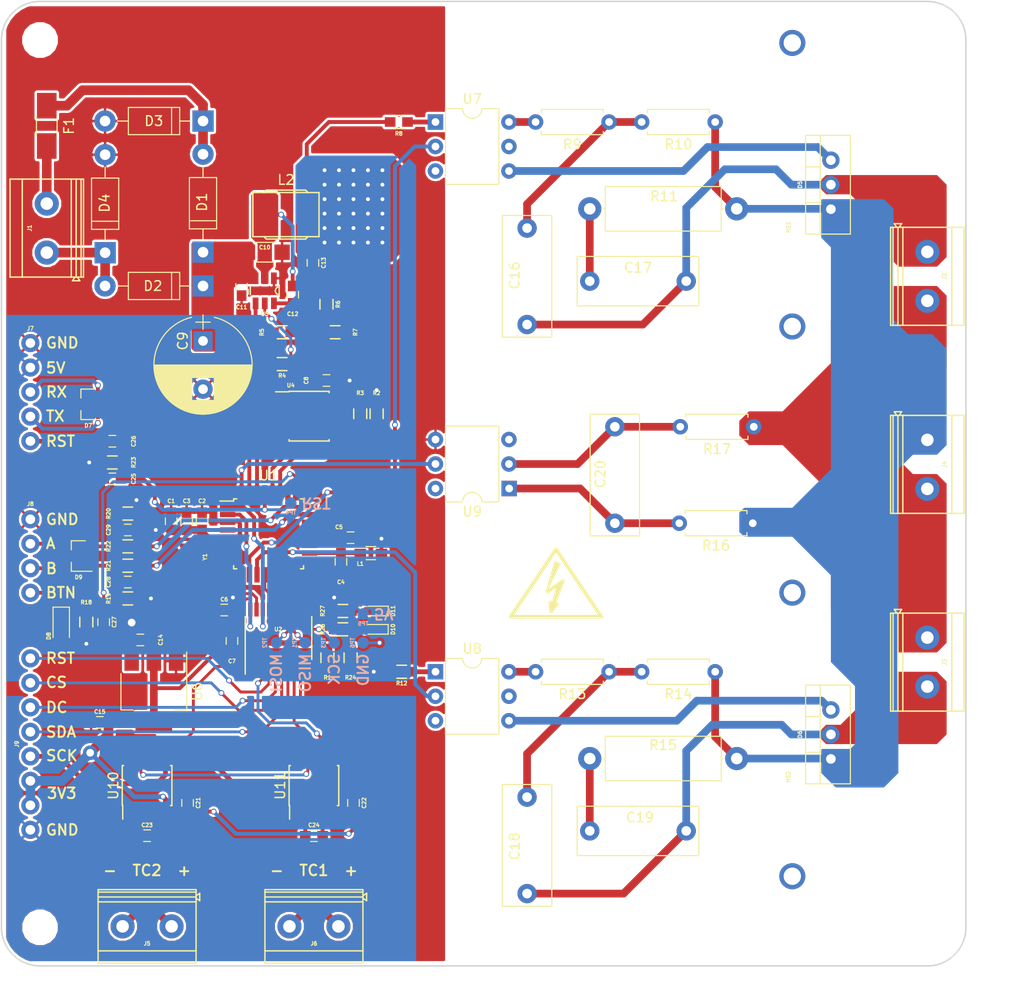
<source format=kicad_pcb>
(kicad_pcb (version 20171130) (host pcbnew "(5.0.0)")
  (layers (0 F.Cu signal) (31 B.Cu signal) (34 B.Paste user) (35 F.Paste user) (36 B.SilkS user) (37 F.SilkS user) (38 B.Mask user) (39 F.Mask user) (44 Edge.Cuts user))
  (net 0 "")
  (net 1 +5V)
  (net 2 GND)
  (net 3 +5VA)
  (net 4 "Net-(C5-Pad1)")
  (net 5 +3V3)
  (net 6 DCDC_VIN)
  (net 7 "Net-(C12-Pad1)")
  (net 8 V_SW)
  (net 9 "Net-(C16-Pad1)")
  (net 10 SSR_OUT1)
  (net 11 "Net-(C17-Pad1)")
  (net 12 "Net-(C18-Pad1)")
  (net 13 SSR_OUT2)
  (net 14 "Net-(C19-Pad1)")
  (net 15 "Net-(C20-Pad1)")
  (net 16 "Net-(C20-Pad2)")
  (net 17 "Net-(D1-Pad2)")
  (net 18 "Net-(D2-Pad2)")
  (net 19 LIVE)
  (net 20 "Net-(D5-Pad3)")
  (net 21 "Net-(D6-Pad3)")
  (net 22 "Net-(F1-Pad2)")
  (net 23 NEUTRAL)
  (net 24 "Net-(R1-Pad2)")
  (net 25 SDA)
  (net 26 SCL)
  (net 27 "Net-(R4-Pad1)")
  (net 28 "Net-(R5-Pad1)")
  (net 29 "Net-(R5-Pad2)")
  (net 30 "Net-(R8-Pad1)")
  (net 31 "Net-(R9-Pad2)")
  (net 32 "Net-(R12-Pad1)")
  (net 33 "Net-(R13-Pad2)")
  (net 34 TC1_CS)
  (net 35 TC2_CS)
  (net 36 "Net-(U1-Pad7)")
  (net 37 "Net-(U1-Pad8)")
  (net 38 BEEPER)
  (net 39 SSR1)
  (net 40 SSR2)
  (net 41 LCD_RST)
  (net 42 LCD_DC)
  (net 43 LCD_CS)
  (net 44 MOSI)
  (net 45 MISO)
  (net 46 SCK)
  (net 47 "Net-(U1-Pad19)")
  (net 48 "Net-(U1-Pad22)")
  (net 49 ENC1)
  (net 50 ENC2)
  (net 51 SD_CS)
  (net 52 RESET)
  (net 53 RX)
  (net 54 TX)
  (net 55 ZEROX)
  (net 56 LCD_RST_3V3)
  (net 57 LCD_DC_3V3)
  (net 58 LCD_CS_3V3)
  (net 59 MOSI_3V3)
  (net 60 MISO_3V3)
  (net 61 SCK_3V3)
  (net 62 "Net-(U7-Pad5)")
  (net 63 "Net-(U7-Pad3)")
  (net 64 "Net-(U8-Pad5)")
  (net 65 "Net-(U8-Pad3)")
  (net 66 "Net-(U9-Pad3)")
  (net 67 "Net-(U9-Pad6)")
  (net 68 "Net-(U10-Pad8)")
  (net 69 "Net-(U11-Pad8)")
  (net 70 TC1_CS_3V3)
  (net 71 TC2_CS_3V3)
  (net 72 ENC_BTN)
  (net 73 "Net-(C28-Pad1)")
  (net 74 "Net-(C29-Pad1)")
  (net 75 RST)
  (net 76 "Net-(M1-Pad1)")
  (net 77 "Net-(M2-Pad1)")
  (net 78 "Net-(M3-Pad1)")
  (net 79 "Net-(M4-Pad1)")
  (net 80 "Net-(D10-Pad2)")
  (net 81 "Net-(D11-Pad2)")
  (net 82 TC2-)
  (net 83 TC2+)
  (net 84 TC1-)
  (net 85 TC1+)
  (module Resistors_THT:R_Axial_DIN0207_L6.3mm_D2.5mm_P7.62mm_Horizontal (layer F.Cu) (at 158 99.1 180)
    (fp_text reference R17 (at 3.81 -2.31 180) (layer F.SilkS))
    (fp_text value 47K)
    (pad 1 thru_hole circle (at 0 0 180) (size 1.6 1.6) (drill 0.8) (layers *.Cu *.Mask) (net 23 NEUTRAL))
    (pad 2 thru_hole oval (at 7.62 0 180) (size 1.6 1.6) (drill 0.8) (layers *.Cu *.Mask) (net 16 "Net-(C20-Pad2)"))
  )
  (module Capacitors_THT:C_Disc_D12.5mm_W5.0mm_P10.00mm (layer F.Cu) (at 143.6 109.1 90)
    (fp_text reference C20 (at 5.1 -1.5 90) (layer F.SilkS))
    (fp_text value 100nF)
    (pad 1 thru_hole circle (at 0 0 90) (size 2 2) (drill 1) (layers *.Cu *.Mask) (net 15 "Net-(C20-Pad1)"))
    (pad 2 thru_hole circle (at 10 0 90) (size 2 2) (drill 1) (layers *.Cu *.Mask) (net 16 "Net-(C20-Pad2)"))
  )
  (module HeatsinkExt:XSD1226-362 (layer F.Cu) (at 162 131 90)
    (fp_text reference HS2 (at -4.4 -0.4 90) (layer F.SilkS) (effects (font (size 0.4 0.4) (thickness 0.1))))
    (fp_text value XSD1226-362)
    (pad 1 thru_hole circle (at -14.7 0 90) (size 2.7 2.7) (drill 1.8) (layers *.Cu *.Mask))
    (pad 2 thru_hole circle (at 14.7 0 90) (size 2.7 2.7) (drill 1.8) (layers *.Cu *.Mask))
  )
  (module STD_SMD:C_0603_HandSoldering (layer F.Cu) (at 97.6 108.9 90)
    (fp_text reference C1 (at 2.1 0 180) (layer F.SilkS) (effects (font (size 0.4 0.4) (thickness 0.1))))
    (fp_text value 4.7uF)
    (pad 1 smd rect (at -0.9 0 90) (size 1.1 1) (layers F.Cu F.Paste F.Mask) (net 1 +5V))
    (pad 2 smd rect (at 0.9 0 90) (size 1.1 1) (layers F.Cu F.Paste F.Mask) (net 2 GND))
  )
  (module STD_SMD:C_0603_HandSoldering (layer F.Cu) (at 100.8 108.9 90)
    (fp_text reference C2 (at 2.1 0 180) (layer F.SilkS) (effects (font (size 0.4 0.4) (thickness 0.1))))
    (fp_text value 100nF)
    (pad 1 smd rect (at -0.9 0 90) (size 1.1 1) (layers F.Cu F.Paste F.Mask) (net 1 +5V))
    (pad 2 smd rect (at 0.9 0 90) (size 1.1 1) (layers F.Cu F.Paste F.Mask) (net 2 GND))
  )
  (module STD_SMD:C_0603_HandSoldering (layer F.Cu) (at 99.2 108.9 90)
    (fp_text reference C3 (at 2.1 0 180) (layer F.SilkS) (effects (font (size 0.4 0.4) (thickness 0.1))))
    (fp_text value 100nF)
    (pad 1 smd rect (at -0.9 0 90) (size 1.1 1) (layers F.Cu F.Paste F.Mask) (net 1 +5V))
    (pad 2 smd rect (at 0.9 0 90) (size 1.1 1) (layers F.Cu F.Paste F.Mask) (net 2 GND))
  )
  (module STD_SMD:C_0603_HandSoldering (layer F.Cu) (at 115.2 113.1 270)
    (fp_text reference C4 (at 2.1 0) (layer F.SilkS) (effects (font (size 0.4 0.4) (thickness 0.1))))
    (fp_text value 100nF)
    (pad 1 smd rect (at -0.9 0 270) (size 1.1 1) (layers F.Cu F.Paste F.Mask) (net 3 +5VA))
    (pad 2 smd rect (at 0.9 0 270) (size 1.1 1) (layers F.Cu F.Paste F.Mask) (net 2 GND))
  )
  (module STD_SMD:C_0603_HandSoldering (layer F.Cu) (at 116.2 110.6)
    (fp_text reference C5 (at -1.2 -1.1) (layer F.SilkS) (effects (font (size 0.4 0.4) (thickness 0.1))))
    (fp_text value 100nF)
    (pad 1 smd rect (at -0.9 0) (size 1.1 1) (layers F.Cu F.Paste F.Mask) (net 4 "Net-(C5-Pad1)"))
    (pad 2 smd rect (at 0.9 0) (size 1.1 1) (layers F.Cu F.Paste F.Mask) (net 2 GND))
  )
  (module STD_SMD:C_0603_HandSoldering (layer F.Cu) (at 103.1 118.1)
    (fp_text reference C6 (at 0 -1.1) (layer F.SilkS) (effects (font (size 0.4 0.4) (thickness 0.1))))
    (fp_text value 100nF)
    (pad 1 smd rect (at -0.9 0) (size 1.1 1) (layers F.Cu F.Paste F.Mask) (net 2 GND))
    (pad 2 smd rect (at 0.9 0) (size 1.1 1) (layers F.Cu F.Paste F.Mask) (net 1 +5V))
  )
  (module STD_SMD:C_0603_HandSoldering (layer F.Cu) (at 103.9 121.3 90)
    (fp_text reference C7 (at -2.1 0 180) (layer F.SilkS) (effects (font (size 0.4 0.4) (thickness 0.1))))
    (fp_text value 100nF)
    (pad 1 smd rect (at -0.9 0 90) (size 1.1 1) (layers F.Cu F.Paste F.Mask) (net 5 +3V3))
    (pad 2 smd rect (at 0.9 0 90) (size 1.1 1) (layers F.Cu F.Paste F.Mask) (net 2 GND))
  )
  (module STD_SMD:C_0603_HandSoldering (layer F.Cu) (at 113.7 94.3)
    (fp_text reference C8 (at -2.1 0 90) (layer F.SilkS) (effects (font (size 0.4 0.4) (thickness 0.1))))
    (fp_text value 100nF)
    (pad 1 smd rect (at -0.9 0) (size 1.1 1) (layers F.Cu F.Paste F.Mask) (net 2 GND))
    (pad 2 smd rect (at 0.9 0) (size 1.1 1) (layers F.Cu F.Paste F.Mask) (net 1 +5V))
  )
  (module Capacitors_THT:CP_Radial_D10.0mm_P5.00mm (layer F.Cu) (at 100.9 90.2 270)
    (fp_text reference C9 (at 0 2.1 270) (layer F.SilkS))
    (fp_text value 470uF)
    (pad 1 thru_hole rect (at 0 0 270) (size 2 2) (drill 1) (layers *.Cu *.Mask) (net 6 DCDC_VIN))
    (pad 2 thru_hole circle (at 5 0 270) (size 2 2) (drill 1) (layers *.Cu *.Mask) (net 2 GND))
  )
  (module STD_SMD:C_1206_HandSoldering (layer F.Cu) (at 107.3 81)
    (fp_text reference C10 (at 0 -0.5) (layer F.SilkS) (effects (font (size 0.4 0.4) (thickness 0.1))))
    (fp_text value 22uF)
    (pad 1 smd rect (at -1.8 0) (size 1.6 1.6) (layers F.Cu F.Paste F.Mask) (net 6 DCDC_VIN))
    (pad 2 smd rect (at 1.8 0) (size 1.6 1.6) (layers F.Cu F.Paste F.Mask) (net 2 GND))
  )
  (module STD_SMD:C_0603_HandSoldering (layer F.Cu) (at 104.9 84.6 270)
    (fp_text reference C11 (at 2.1 0) (layer F.SilkS) (effects (font (size 0.4 0.4) (thickness 0.1))))
    (fp_text value 100nF)
    (pad 1 smd rect (at -0.9 0 270) (size 1.1 1) (layers F.Cu F.Paste F.Mask) (net 6 DCDC_VIN))
    (pad 2 smd rect (at 0.9 0 270) (size 1.1 1) (layers F.Cu F.Paste F.Mask) (net 2 GND))
  )
  (module STD_SMD:C_0603_HandSoldering (layer F.Cu) (at 110.2 85.4 90)
    (fp_text reference C12 (at -2 0 180) (layer F.SilkS) (effects (font (size 0.4 0.4) (thickness 0.1))))
    (fp_text value 1uF)
    (pad 1 smd rect (at -0.9 0 90) (size 1.1 1) (layers F.Cu F.Paste F.Mask) (net 7 "Net-(C12-Pad1)"))
    (pad 2 smd rect (at 0.9 0 90) (size 1.1 1) (layers F.Cu F.Paste F.Mask) (net 8 V_SW))
  )
  (module STD_SMD:C_0603_HandSoldering (layer F.Cu) (at 112.3 82.1 270)
    (fp_text reference C13 (at 0 -1.1 270) (layer F.SilkS) (effects (font (size 0.4 0.4) (thickness 0.1))))
    (fp_text value 22uF)
    (pad 1 smd rect (at -0.9 0 270) (size 1.1 1) (layers F.Cu F.Paste F.Mask) (net 1 +5V))
    (pad 2 smd rect (at 0.9 0 270) (size 1.1 1) (layers F.Cu F.Paste F.Mask) (net 2 GND))
  )
  (module STD_SMD:C_0603_HandSoldering (layer F.Cu) (at 94.4 121.2 180)
    (fp_text reference C14 (at -2.1 0 270) (layer F.SilkS) (effects (font (size 0.4 0.4) (thickness 0.1))))
    (fp_text value 1uF)
    (pad 1 smd rect (at -0.9 0 180) (size 1.1 1) (layers F.Cu F.Paste F.Mask) (net 2 GND))
    (pad 2 smd rect (at 0.9 0 180) (size 1.1 1) (layers F.Cu F.Paste F.Mask) (net 1 +5V))
  )
  (module STD_SMD:C_0603_HandSoldering (layer F.Cu) (at 90.2 129.75)
    (fp_text reference C15 (at 0 -1.1) (layer F.SilkS) (effects (font (size 0.4 0.4) (thickness 0.1))))
    (fp_text value 1uF)
    (pad 1 smd rect (at -0.9 0) (size 1.1 1) (layers F.Cu F.Paste F.Mask) (net 2 GND))
    (pad 2 smd rect (at 0.9 0) (size 1.1 1) (layers F.Cu F.Paste F.Mask) (net 5 +3V3))
  )
  (module Capacitors_THT:C_Disc_D12.5mm_W5.0mm_P10.00mm (layer F.Cu) (at 134.5 78.5 270)
    (fp_text reference C16 (at 4.9 1.3 270) (layer F.SilkS))
    (fp_text value 50nF)
    (pad 1 thru_hole circle (at 0 0 270) (size 2 2) (drill 1) (layers *.Cu *.Mask) (net 9 "Net-(C16-Pad1)"))
    (pad 2 thru_hole circle (at 10 0 270) (size 2 2) (drill 1) (layers *.Cu *.Mask) (net 10 SSR_OUT1))
  )
  (module Capacitors_THT:C_Disc_D12.5mm_W5.0mm_P10.00mm (layer F.Cu) (at 141 84)
    (fp_text reference C17 (at 5 -1.4) (layer F.SilkS))
    (fp_text value 10nF)
    (pad 1 thru_hole circle (at 0 0) (size 2 2) (drill 1) (layers *.Cu *.Mask) (net 11 "Net-(C17-Pad1)"))
    (pad 2 thru_hole circle (at 10 0) (size 2 2) (drill 1) (layers *.Cu *.Mask) (net 10 SSR_OUT1))
  )
  (module Capacitors_THT:C_Disc_D12.5mm_W5.0mm_P10.00mm (layer F.Cu) (at 134.5 137.5 270)
    (fp_text reference C18 (at 5.1 1.3 270) (layer F.SilkS))
    (fp_text value 50nF)
    (pad 1 thru_hole circle (at 0 0 270) (size 2 2) (drill 1) (layers *.Cu *.Mask) (net 12 "Net-(C18-Pad1)"))
    (pad 2 thru_hole circle (at 10 0 270) (size 2 2) (drill 1) (layers *.Cu *.Mask) (net 13 SSR_OUT2))
  )
  (module Capacitors_THT:C_Disc_D12.5mm_W5.0mm_P10.00mm (layer F.Cu) (at 141 141)
    (fp_text reference C19 (at 5.2 -1.4) (layer F.SilkS))
    (fp_text value 10nF)
    (pad 1 thru_hole circle (at 0 0) (size 2 2) (drill 1) (layers *.Cu *.Mask) (net 14 "Net-(C19-Pad1)"))
    (pad 2 thru_hole circle (at 10 0) (size 2 2) (drill 1) (layers *.Cu *.Mask) (net 13 SSR_OUT2))
  )
  (module STD_SMD:C_0603_HandSoldering (layer F.Cu) (at 99.3 138.1 270)
    (fp_text reference C21 (at 0 -1.1 270) (layer F.SilkS) (effects (font (size 0.4 0.4) (thickness 0.1))))
    (fp_text value 100nF)
    (pad 1 smd rect (at -0.9 0 270) (size 1.1 1) (layers F.Cu F.Paste F.Mask) (net 2 GND))
    (pad 2 smd rect (at 0.9 0 270) (size 1.1 1) (layers F.Cu F.Paste F.Mask) (net 5 +3V3))
  )
  (module STD_SMD:C_0603_HandSoldering (layer F.Cu) (at 116.5 138.1 270)
    (fp_text reference C22 (at 0 -1.1 270) (layer F.SilkS) (effects (font (size 0.4 0.4) (thickness 0.1))))
    (fp_text value 100nF)
    (pad 1 smd rect (at -0.9 0 270) (size 1.1 1) (layers F.Cu F.Paste F.Mask) (net 2 GND))
    (pad 2 smd rect (at 0.9 0 270) (size 1.1 1) (layers F.Cu F.Paste F.Mask) (net 5 +3V3))
  )
  (module STD_SMD:C_0603_HandSoldering (layer F.Cu) (at 95.1 141.5)
    (fp_text reference C23 (at 0 -1.1) (layer F.SilkS) (effects (font (size 0.4 0.4) (thickness 0.1))))
    (fp_text value 10nF)
    (pad 1 smd rect (at -0.9 0) (size 1.1 1) (layers F.Cu F.Paste F.Mask) (net 82 TC2-))
    (pad 2 smd rect (at 0.9 0) (size 1.1 1) (layers F.Cu F.Paste F.Mask) (net 83 TC2+))
  )
  (module STD_SMD:C_0603_HandSoldering (layer F.Cu) (at 112.4 141.5)
    (fp_text reference C24 (at 0 -1.1) (layer F.SilkS) (effects (font (size 0.4 0.4) (thickness 0.1))))
    (fp_text value 10nF)
    (pad 1 smd rect (at -0.9 0) (size 1.1 1) (layers F.Cu F.Paste F.Mask) (net 84 TC1-))
    (pad 2 smd rect (at 0.9 0) (size 1.1 1) (layers F.Cu F.Paste F.Mask) (net 85 TC1+))
  )
  (module Diodes_THT:D_DO-41_SOD81_P10.16mm_Horizontal (layer F.Cu) (at 100.9 81 90)
    (fp_text reference D1 (at 5.2 -0.1 90) (layer F.SilkS))
    (fp_text value 1N4001)
    (pad 1 thru_hole rect (at 0 0 90) (size 2.2 2.2) (drill 1.1) (layers *.Cu *.Mask) (net 6 DCDC_VIN))
    (pad 2 thru_hole oval (at 10.16 0 90) (size 2.2 2.2) (drill 1.1) (layers *.Cu *.Mask) (net 17 "Net-(D1-Pad2)"))
  )
  (module Diodes_THT:D_DO-41_SOD81_P10.16mm_Horizontal (layer F.Cu) (at 100.9 84.5 180)
    (fp_text reference D2 (at 5.2 0 180) (layer F.SilkS))
    (fp_text value 1N4001)
    (pad 1 thru_hole rect (at 0 0 180) (size 2.2 2.2) (drill 1.1) (layers *.Cu *.Mask) (net 6 DCDC_VIN))
    (pad 2 thru_hole oval (at 10.16 0 180) (size 2.2 2.2) (drill 1.1) (layers *.Cu *.Mask) (net 18 "Net-(D2-Pad2)"))
  )
  (module Diodes_THT:D_DO-41_SOD81_P10.16mm_Horizontal (layer F.Cu) (at 100.9 67.4 180)
    (fp_text reference D3 (at 5.1 0 180) (layer F.SilkS))
    (fp_text value 1N4001)
    (pad 1 thru_hole rect (at 0 0 180) (size 2.2 2.2) (drill 1.1) (layers *.Cu *.Mask) (net 17 "Net-(D1-Pad2)"))
    (pad 2 thru_hole oval (at 10.16 0 180) (size 2.2 2.2) (drill 1.1) (layers *.Cu *.Mask) (net 2 GND))
  )
  (module Diodes_THT:D_DO-41_SOD81_P10.16mm_Horizontal (layer F.Cu) (at 90.75 81.05 90)
    (fp_text reference D4 (at 5.15 -0.05 90) (layer F.SilkS))
    (fp_text value 1N4001)
    (pad 1 thru_hole rect (at 0 0 90) (size 2.2 2.2) (drill 1.1) (layers *.Cu *.Mask) (net 18 "Net-(D2-Pad2)"))
    (pad 2 thru_hole oval (at 10.16 0 90) (size 2.2 2.2) (drill 1.1) (layers *.Cu *.Mask) (net 2 GND))
  )
  (module Fuse_Holders_and_Fuses:Fuse_SMD1206_HandSoldering (layer F.Cu) (at 84.7 67.9 270)
    (fp_text reference F1 (at 0 -2.3 270) (layer F.SilkS))
    (fp_text value 1A)
    (pad 1 smd rect (at -2.09 0) (size 2.03 2.65) (layers F.Cu F.Paste F.Mask) (net 17 "Net-(D1-Pad2)"))
    (pad 2 smd rect (at 2.09 0) (size 2.03 2.65) (layers F.Cu F.Paste F.Mask) (net 22 "Net-(F1-Pad2)"))
  )
  (module Inductors_SMD:L_0603_HandSoldering (layer F.Cu) (at 118.3 112.2 180)
    (fp_text reference L1 (at 1.1 -1.1 180) (layer F.SilkS) (effects (font (size 0.4 0.4) (thickness 0.1))))
    (fp_text value 1K)
    (pad 1 smd rect (at -1.1 0 180) (size 1.2 0.9) (layers F.Cu F.Paste F.Mask) (net 1 +5V))
    (pad 2 smd rect (at 1.1 0 180) (size 1.2 0.9) (layers F.Cu F.Paste F.Mask) (net 3 +5VA))
  )
  (module Choke_SMD:Choke_SMD_Taiyo_NRS50XX-Handsoldering (layer F.Cu) (at 109.5 77.1)
    (fp_text reference L2 (at 0 -3.6) (layer F.SilkS))
    (fp_text value 6.8uH)
    (pad 1 smd rect (at -2.159 0) (size 2 4) (layers F.Cu F.Paste F.Mask) (net 8 V_SW))
    (pad 2 smd rect (at 2.159 0) (size 2 4) (layers F.Cu F.Paste F.Mask) (net 1 +5V))
  )
  (module STD_SMD:R_0603_HandSoldering (layer F.Cu) (at 113.8 123.05 270)
    (fp_text reference R1 (at 2.05 0) (layer F.SilkS) (effects (font (size 0.4 0.4) (thickness 0.1))))
    (fp_text value 4.7K)
    (pad 1 smd rect (at -0.9 0 270) (size 1.1 1) (layers F.Cu F.Paste F.Mask) (net 5 +3V3))
    (pad 2 smd rect (at 0.9 0 270) (size 1.1 1) (layers F.Cu F.Paste F.Mask) (net 24 "Net-(R1-Pad2)"))
  )
  (module STD_SMD:R_0603_HandSoldering (layer F.Cu) (at 118.9 97.75 270)
    (fp_text reference R2 (at -2.15 0) (layer F.SilkS) (effects (font (size 0.4 0.4) (thickness 0.1))))
    (fp_text value 4.7K)
    (pad 1 smd rect (at -0.9 0 270) (size 1.1 1) (layers F.Cu F.Paste F.Mask) (net 1 +5V))
    (pad 2 smd rect (at 0.9 0 270) (size 1.1 1) (layers F.Cu F.Paste F.Mask) (net 25 SDA))
  )
  (module STD_SMD:R_0603_HandSoldering (layer F.Cu) (at 117.2 97.75 270)
    (fp_text reference R3 (at -2.15 0) (layer F.SilkS) (effects (font (size 0.4 0.4) (thickness 0.1))))
    (fp_text value 4.7K)
    (pad 1 smd rect (at -0.9 0 270) (size 1.1 1) (layers F.Cu F.Paste F.Mask) (net 1 +5V))
    (pad 2 smd rect (at 0.9 0 270) (size 1.1 1) (layers F.Cu F.Paste F.Mask) (net 26 SCL))
  )
  (module STD_SMD:R_0603_HandSoldering (layer F.Cu) (at 109.1 92.6 180)
    (fp_text reference R4 (at 0 -1.2 180) (layer F.SilkS) (effects (font (size 0.4 0.4) (thickness 0.1))))
    (fp_text value 100K)
    (pad 1 smd rect (at -0.9 0 180) (size 1.1 1) (layers F.Cu F.Paste F.Mask) (net 27 "Net-(R4-Pad1)"))
    (pad 2 smd rect (at 0.9 0 180) (size 1.1 1) (layers F.Cu F.Paste F.Mask) (net 6 DCDC_VIN))
  )
  (module STD_SMD:R_0603_HandSoldering (layer F.Cu) (at 109.1 89.3 180)
    (fp_text reference R5 (at 2.1 0 270) (layer F.SilkS) (effects (font (size 0.4 0.4) (thickness 0.1))))
    (fp_text value 75K)
    (pad 1 smd rect (at -0.9 0 180) (size 1.1 1) (layers F.Cu F.Paste F.Mask) (net 28 "Net-(R5-Pad1)"))
    (pad 2 smd rect (at 0.9 0 180) (size 1.1 1) (layers F.Cu F.Paste F.Mask) (net 29 "Net-(R5-Pad2)"))
  )
  (module STD_SMD:R_0603_HandSoldering (layer F.Cu) (at 113.7 86.4 270)
    (fp_text reference R6 (at 0 -1.2 270) (layer F.SilkS) (effects (font (size 0.4 0.4) (thickness 0.1))))
    (fp_text value 40.2K)
    (pad 1 smd rect (at -0.9 0 270) (size 1.1 1) (layers F.Cu F.Paste F.Mask) (net 1 +5V))
    (pad 2 smd rect (at 0.9 0 270) (size 1.1 1) (layers F.Cu F.Paste F.Mask) (net 28 "Net-(R5-Pad1)"))
  )
  (module STD_SMD:R_0603_HandSoldering (layer F.Cu) (at 114.6 89.3 180)
    (fp_text reference R7 (at -2.1 0 270) (layer F.SilkS) (effects (font (size 0.4 0.4) (thickness 0.1))))
    (fp_text value 7.68K)
    (pad 1 smd rect (at -0.9 0 180) (size 1.1 1) (layers F.Cu F.Paste F.Mask) (net 2 GND))
    (pad 2 smd rect (at 0.9 0 180) (size 1.1 1) (layers F.Cu F.Paste F.Mask) (net 28 "Net-(R5-Pad1)"))
  )
  (module STD_SMD:R_0603_HandSoldering (layer F.Cu) (at 121.2 67.5 180)
    (fp_text reference R8 (at 0 -1.2 180) (layer F.SilkS) (effects (font (size 0.4 0.4) (thickness 0.1))))
    (fp_text value 100)
    (pad 1 smd rect (at -0.9 0 180) (size 1.1 1) (layers F.Cu F.Paste F.Mask) (net 30 "Net-(R8-Pad1)"))
    (pad 2 smd rect (at 0.9 0 180) (size 1.1 1) (layers F.Cu F.Paste F.Mask) (net 1 +5V))
  )
  (module Resistors_THT:R_Axial_DIN0207_L6.3mm_D2.5mm_P7.62mm_Horizontal (layer F.Cu) (at 143 67.5 180)
    (fp_text reference R9 (at 3.81 -2.31 180) (layer F.SilkS))
    (fp_text value 360)
    (pad 1 thru_hole circle (at 0 0 180) (size 1.6 1.6) (drill 0.8) (layers *.Cu *.Mask) (net 9 "Net-(C16-Pad1)"))
    (pad 2 thru_hole oval (at 7.62 0 180) (size 1.6 1.6) (drill 0.8) (layers *.Cu *.Mask) (net 31 "Net-(R9-Pad2)"))
  )
  (module Resistors_THT:R_Axial_DIN0207_L6.3mm_D2.5mm_P7.62mm_Horizontal (layer F.Cu) (at 154 67.5 180)
    (fp_text reference R10 (at 3.81 -2.31 180) (layer F.SilkS))
    (fp_text value 470)
    (pad 1 thru_hole circle (at 0 0 180) (size 1.6 1.6) (drill 0.8) (layers *.Cu *.Mask) (net 19 LIVE))
    (pad 2 thru_hole oval (at 7.62 0 180) (size 1.6 1.6) (drill 0.8) (layers *.Cu *.Mask) (net 9 "Net-(C16-Pad1)"))
  )
  (module Resistors_THT:R_Axial_DIN0414_L11.9mm_D4.5mm_P15.24mm_Horizontal (layer F.Cu) (at 141 76.5)
    (fp_text reference R11 (at 7.7 -1.3) (layer F.SilkS))
    (fp_text value 39)
    (pad 1 thru_hole circle (at 0 0) (size 2.4 2.4) (drill 1.2) (layers *.Cu *.Mask) (net 11 "Net-(C17-Pad1)"))
    (pad 2 thru_hole oval (at 15.24 0) (size 2.4 2.4) (drill 1.2) (layers *.Cu *.Mask) (net 19 LIVE))
  )
  (module STD_SMD:R_0603_HandSoldering (layer F.Cu) (at 121.5 124.5 180)
    (fp_text reference R12 (at 0 -1.2 180) (layer F.SilkS) (effects (font (size 0.4 0.4) (thickness 0.1))))
    (fp_text value 100)
    (pad 1 smd rect (at -0.9 0 180) (size 1.1 1) (layers F.Cu F.Paste F.Mask) (net 32 "Net-(R12-Pad1)"))
    (pad 2 smd rect (at 0.9 0 180) (size 1.1 1) (layers F.Cu F.Paste F.Mask) (net 1 +5V))
  )
  (module Resistors_THT:R_Axial_DIN0207_L6.3mm_D2.5mm_P7.62mm_Horizontal (layer F.Cu) (at 143 124.5 180)
    (fp_text reference R13 (at 3.81 -2.31 180) (layer F.SilkS))
    (fp_text value 360)
    (pad 1 thru_hole circle (at 0 0 180) (size 1.6 1.6) (drill 0.8) (layers *.Cu *.Mask) (net 12 "Net-(C18-Pad1)"))
    (pad 2 thru_hole oval (at 7.62 0 180) (size 1.6 1.6) (drill 0.8) (layers *.Cu *.Mask) (net 33 "Net-(R13-Pad2)"))
  )
  (module Resistors_THT:R_Axial_DIN0207_L6.3mm_D2.5mm_P7.62mm_Horizontal (layer F.Cu) (at 154 124.5 180)
    (fp_text reference R14 (at 3.81 -2.31 180) (layer F.SilkS))
    (fp_text value 470)
    (pad 1 thru_hole circle (at 0 0 180) (size 1.6 1.6) (drill 0.8) (layers *.Cu *.Mask) (net 19 LIVE))
    (pad 2 thru_hole oval (at 7.62 0 180) (size 1.6 1.6) (drill 0.8) (layers *.Cu *.Mask) (net 12 "Net-(C18-Pad1)"))
  )
  (module Resistors_THT:R_Axial_DIN0414_L11.9mm_D4.5mm_P15.24mm_Horizontal (layer F.Cu) (at 141 133.5)
    (fp_text reference R15 (at 7.6 -1.4) (layer F.SilkS))
    (fp_text value 39)
    (pad 1 thru_hole circle (at 0 0) (size 2.4 2.4) (drill 1.2) (layers *.Cu *.Mask) (net 14 "Net-(C19-Pad1)"))
    (pad 2 thru_hole oval (at 15.24 0) (size 2.4 2.4) (drill 1.2) (layers *.Cu *.Mask) (net 19 LIVE))
  )
  (module Resistors_THT:R_Axial_DIN0207_L6.3mm_D2.5mm_P7.62mm_Horizontal (layer F.Cu) (at 157.9 109.1 180)
    (fp_text reference R16 (at 3.81 -2.31 180) (layer F.SilkS))
    (fp_text value 47K)
    (pad 1 thru_hole circle (at 0 0 180) (size 1.6 1.6) (drill 0.8) (layers *.Cu *.Mask) (net 19 LIVE))
    (pad 2 thru_hole oval (at 7.62 0 180) (size 1.6 1.6) (drill 0.8) (layers *.Cu *.Mask) (net 15 "Net-(C20-Pad1)"))
  )
  (module Housings_QFP:TQFP-32_7x7mm_Pitch0.8mm (layer F.Cu) (at 107.7 110.2)
    (fp_text reference U1 (at 0 -6.05) (layer F.SilkS))
    (fp_text value ATMEGA328P-AU)
    (pad 1 smd rect (at -4.25 -2.8) (size 1.6 0.55) (layers F.Cu F.Paste F.Mask) (net 34 TC1_CS))
    (pad 2 smd rect (at -4.25 -2) (size 1.6 0.55) (layers F.Cu F.Paste F.Mask) (net 35 TC2_CS))
    (pad 3 smd rect (at -4.25 -1.2) (size 1.6 0.55) (layers F.Cu F.Paste F.Mask) (net 2 GND))
    (pad 4 smd rect (at -4.25 -0.4) (size 1.6 0.55) (layers F.Cu F.Paste F.Mask) (net 1 +5V))
    (pad 5 smd rect (at -4.25 0.4) (size 1.6 0.55) (layers F.Cu F.Paste F.Mask) (net 2 GND))
    (pad 6 smd rect (at -4.25 1.2) (size 1.6 0.55) (layers F.Cu F.Paste F.Mask) (net 1 +5V))
    (pad 7 smd rect (at -4.25 2) (size 1.6 0.55) (layers F.Cu F.Paste F.Mask) (net 36 "Net-(U1-Pad7)"))
    (pad 8 smd rect (at -4.25 2.8) (size 1.6 0.55) (layers F.Cu F.Paste F.Mask) (net 37 "Net-(U1-Pad8)"))
    (pad 9 smd rect (at -2.8 4.25 90) (size 1.6 0.55) (layers F.Cu F.Paste F.Mask) (net 38 BEEPER))
    (pad 10 smd rect (at -2 4.25 90) (size 1.6 0.55) (layers F.Cu F.Paste F.Mask) (net 39 SSR1))
    (pad 11 smd rect (at -1.2 4.25 90) (size 1.6 0.55) (layers F.Cu F.Paste F.Mask) (net 40 SSR2))
    (pad 12 smd rect (at -0.4 4.25 90) (size 1.6 0.55) (layers F.Cu F.Paste F.Mask) (net 41 LCD_RST))
    (pad 13 smd rect (at 0.4 4.25 90) (size 1.6 0.55) (layers F.Cu F.Paste F.Mask) (net 42 LCD_DC))
    (pad 14 smd rect (at 1.2 4.25 90) (size 1.6 0.55) (layers F.Cu F.Paste F.Mask) (net 43 LCD_CS))
    (pad 15 smd rect (at 2 4.25 90) (size 1.6 0.55) (layers F.Cu F.Paste F.Mask) (net 44 MOSI))
    (pad 16 smd rect (at 2.8 4.25 90) (size 1.6 0.55) (layers F.Cu F.Paste F.Mask) (net 45 MISO))
    (pad 17 smd rect (at 4.25 2.8) (size 1.6 0.55) (layers F.Cu F.Paste F.Mask) (net 46 SCK))
    (pad 18 smd rect (at 4.25 2) (size 1.6 0.55) (layers F.Cu F.Paste F.Mask) (net 3 +5VA))
    (pad 19 smd rect (at 4.25 1.2) (size 1.6 0.55) (layers F.Cu F.Paste F.Mask) (net 47 "Net-(U1-Pad19)"))
    (pad 20 smd rect (at 4.25 0.4) (size 1.6 0.55) (layers F.Cu F.Paste F.Mask) (net 4 "Net-(C5-Pad1)"))
    (pad 21 smd rect (at 4.25 -0.4) (size 1.6 0.55) (layers F.Cu F.Paste F.Mask) (net 2 GND))
    (pad 22 smd rect (at 4.25 -1.2) (size 1.6 0.55) (layers F.Cu F.Paste F.Mask) (net 48 "Net-(U1-Pad22)"))
    (pad 23 smd rect (at 4.25 -2) (size 1.6 0.55) (layers F.Cu F.Paste F.Mask) (net 49 ENC1))
    (pad 24 smd rect (at 4.25 -2.8) (size 1.6 0.55) (layers F.Cu F.Paste F.Mask) (net 50 ENC2))
    (pad 25 smd rect (at 2.8 -4.25 90) (size 1.6 0.55) (layers F.Cu F.Paste F.Mask) (net 72 ENC_BTN))
    (pad 26 smd rect (at 2 -4.25 90) (size 1.6 0.55) (layers F.Cu F.Paste F.Mask) (net 51 SD_CS))
    (pad 27 smd rect (at 1.2 -4.25 90) (size 1.6 0.55) (layers F.Cu F.Paste F.Mask) (net 25 SDA))
    (pad 28 smd rect (at 0.4 -4.25 90) (size 1.6 0.55) (layers F.Cu F.Paste F.Mask) (net 26 SCL))
    (pad 29 smd rect (at -0.4 -4.25 90) (size 1.6 0.55) (layers F.Cu F.Paste F.Mask) (net 52 RESET))
    (pad 30 smd rect (at -1.2 -4.25 90) (size 1.6 0.55) (layers F.Cu F.Paste F.Mask) (net 53 RX))
    (pad 31 smd rect (at -2 -4.25 90) (size 1.6 0.55) (layers F.Cu F.Paste F.Mask) (net 54 TX))
    (pad 32 smd rect (at -2.8 -4.25 90) (size 1.6 0.55) (layers F.Cu F.Paste F.Mask) (net 55 ZEROX))
  )
  (module Housings_SSOP:TSSOP-20_4.4x6.5mm_Pitch0.65mm (layer F.Cu) (at 108.725 121 90)
    (fp_text reference U2 (at 0.9 -0.025 180) (layer F.SilkS) (effects (font (size 0.4 0.4) (thickness 0.1))))
    (fp_text value TXS0108E)
    (pad 1 smd rect (at -2.95 -2.925 90) (size 1.45 0.45) (layers F.Cu F.Paste F.Mask) (net 71 TC2_CS_3V3))
    (pad 2 smd rect (at -2.95 -2.275 90) (size 1.45 0.45) (layers F.Cu F.Paste F.Mask) (net 5 +3V3))
    (pad 3 smd rect (at -2.95 -1.625 90) (size 1.45 0.45) (layers F.Cu F.Paste F.Mask) (net 70 TC1_CS_3V3))
    (pad 4 smd rect (at -2.95 -0.975 90) (size 1.45 0.45) (layers F.Cu F.Paste F.Mask) (net 56 LCD_RST_3V3))
    (pad 5 smd rect (at -2.95 -0.325 90) (size 1.45 0.45) (layers F.Cu F.Paste F.Mask) (net 57 LCD_DC_3V3))
    (pad 6 smd rect (at -2.95 0.325 90) (size 1.45 0.45) (layers F.Cu F.Paste F.Mask) (net 58 LCD_CS_3V3))
    (pad 7 smd rect (at -2.95 0.975 90) (size 1.45 0.45) (layers F.Cu F.Paste F.Mask) (net 59 MOSI_3V3))
    (pad 8 smd rect (at -2.95 1.625 90) (size 1.45 0.45) (layers F.Cu F.Paste F.Mask) (net 60 MISO_3V3))
    (pad 9 smd rect (at -2.95 2.275 90) (size 1.45 0.45) (layers F.Cu F.Paste F.Mask) (net 61 SCK_3V3))
    (pad 10 smd rect (at -2.95 2.925 90) (size 1.45 0.45) (layers F.Cu F.Paste F.Mask) (net 24 "Net-(R1-Pad2)"))
    (pad 11 smd rect (at 2.95 2.925 90) (size 1.45 0.45) (layers F.Cu F.Paste F.Mask) (net 2 GND))
    (pad 12 smd rect (at 2.95 2.275 90) (size 1.45 0.45) (layers F.Cu F.Paste F.Mask) (net 46 SCK))
    (pad 13 smd rect (at 2.95 1.625 90) (size 1.45 0.45) (layers F.Cu F.Paste F.Mask) (net 45 MISO))
    (pad 14 smd rect (at 2.95 0.975 90) (size 1.45 0.45) (layers F.Cu F.Paste F.Mask) (net 44 MOSI))
    (pad 15 smd rect (at 2.95 0.325 90) (size 1.45 0.45) (layers F.Cu F.Paste F.Mask) (net 43 LCD_CS))
    (pad 16 smd rect (at 2.95 -0.325 90) (size 1.45 0.45) (layers F.Cu F.Paste F.Mask) (net 42 LCD_DC))
    (pad 17 smd rect (at 2.95 -0.975 90) (size 1.45 0.45) (layers F.Cu F.Paste F.Mask) (net 41 LCD_RST))
    (pad 18 smd rect (at 2.95 -1.625 90) (size 1.45 0.45) (layers F.Cu F.Paste F.Mask) (net 34 TC1_CS))
    (pad 19 smd rect (at 2.95 -2.275 90) (size 1.45 0.45) (layers F.Cu F.Paste F.Mask) (net 1 +5V))
    (pad 20 smd rect (at 2.95 -2.925 90) (size 1.45 0.45) (layers F.Cu F.Paste F.Mask) (net 35 TC2_CS))
  )
  (module STD_SMD:SOIC-8_3.9x4.9mm_Pitch1.27mm (layer F.Cu) (at 111.9 98)
    (fp_text reference U4 (at -1.9 -3.2) (layer F.SilkS) (effects (font (size 0.4 0.4) (thickness 0.1))))
    (fp_text value AT24CS512)
    (pad 1 smd rect (at -2.7 -1.905) (size 1.55 0.6) (layers F.Cu F.Paste F.Mask) (net 2 GND))
    (pad 2 smd rect (at -2.7 -0.635) (size 1.55 0.6) (layers F.Cu F.Paste F.Mask) (net 2 GND))
    (pad 3 smd rect (at -2.7 0.635) (size 1.55 0.6) (layers F.Cu F.Paste F.Mask) (net 2 GND))
    (pad 4 smd rect (at -2.7 1.905) (size 1.55 0.6) (layers F.Cu F.Paste F.Mask) (net 2 GND))
    (pad 5 smd rect (at 2.7 1.905) (size 1.55 0.6) (layers F.Cu F.Paste F.Mask) (net 25 SDA))
    (pad 6 smd rect (at 2.7 0.635) (size 1.55 0.6) (layers F.Cu F.Paste F.Mask) (net 26 SCL))
    (pad 7 smd rect (at 2.7 -0.635) (size 1.55 0.6) (layers F.Cu F.Paste F.Mask) (net 2 GND))
    (pad 8 smd rect (at 2.7 -1.905) (size 1.55 0.6) (layers F.Cu F.Paste F.Mask) (net 1 +5V))
  )
  (module dc-dc:TSOT23-6 (layer F.Cu) (at 107.3 85 180)
    (fp_text reference U5 (at 0 -2.4 180) (layer F.SilkS) (effects (font (size 0.4 0.4) (thickness 0.1))))
    (fp_text value MP1470)
    (pad 1 smd rect (at -0.95 1.3 180) (size 0.6 1.2) (layers F.Cu F.Paste F.Mask) (net 2 GND))
    (pad 2 smd rect (at 0 1.3 180) (size 0.6 1.2) (layers F.Cu F.Paste F.Mask) (net 8 V_SW))
    (pad 3 smd rect (at 0.95 1.3 180) (size 0.6 1.2) (layers F.Cu F.Paste F.Mask) (net 6 DCDC_VIN))
    (pad 4 smd rect (at 0.95 -1.3 180) (size 0.6 1.2) (layers F.Cu F.Paste F.Mask) (net 29 "Net-(R5-Pad2)"))
    (pad 5 smd rect (at 0 -1.3 180) (size 0.6 1.2) (layers F.Cu F.Paste F.Mask) (net 27 "Net-(R4-Pad1)"))
    (pad 6 smd rect (at -0.95 -1.3 180) (size 0.6 1.2) (layers F.Cu F.Paste F.Mask) (net 7 "Net-(C12-Pad1)"))
  )
  (module TO_SOT_Packages_SMD:SOT-223 (layer F.Cu) (at 95.8 126.55 270)
    (fp_text reference U6 (at 0 -4.5 270) (layer F.SilkS))
    (fp_text value LM1117-3.3)
    (pad 4 smd rect (at 3.15 0 270) (size 2 3.8) (layers F.Cu F.Paste F.Mask) (net 5 +3V3))
    (pad 2 smd rect (at -3.15 0 270) (size 2 1.5) (layers F.Cu F.Paste F.Mask) (net 5 +3V3))
    (pad 3 smd rect (at -3.15 2.3 270) (size 2 1.5) (layers F.Cu F.Paste F.Mask) (net 1 +5V))
    (pad 1 smd rect (at -3.15 -2.3 270) (size 2 1.5) (layers F.Cu F.Paste F.Mask) (net 2 GND))
  )
  (module Housings_DIP:DIP-6_W7.62mm (layer F.Cu) (at 125 67.5)
    (fp_text reference U7 (at 3.81 -2.39) (layer F.SilkS))
    (fp_text value MOC3020M)
    (pad 1 thru_hole rect (at 0 0) (size 1.6 1.6) (drill 0.8) (layers *.Cu *.Mask) (net 30 "Net-(R8-Pad1)"))
    (pad 4 thru_hole oval (at 7.62 5.08) (size 1.6 1.6) (drill 0.8) (layers *.Cu *.Mask) (net 20 "Net-(D5-Pad3)"))
    (pad 2 thru_hole oval (at 0 2.54) (size 1.6 1.6) (drill 0.8) (layers *.Cu *.Mask) (net 39 SSR1))
    (pad 5 thru_hole oval (at 7.62 2.54) (size 1.6 1.6) (drill 0.8) (layers *.Cu *.Mask) (net 62 "Net-(U7-Pad5)"))
    (pad 3 thru_hole oval (at 0 5.08) (size 1.6 1.6) (drill 0.8) (layers *.Cu *.Mask) (net 63 "Net-(U7-Pad3)"))
    (pad 6 thru_hole oval (at 7.62 0) (size 1.6 1.6) (drill 0.8) (layers *.Cu *.Mask) (net 31 "Net-(R9-Pad2)"))
  )
  (module Housings_DIP:DIP-6_W7.62mm (layer F.Cu) (at 125 124.5)
    (fp_text reference U8 (at 3.81 -2.39) (layer F.SilkS))
    (fp_text value MOC3020M)
    (pad 1 thru_hole rect (at 0 0) (size 1.6 1.6) (drill 0.8) (layers *.Cu *.Mask) (net 32 "Net-(R12-Pad1)"))
    (pad 4 thru_hole oval (at 7.62 5.08) (size 1.6 1.6) (drill 0.8) (layers *.Cu *.Mask) (net 21 "Net-(D6-Pad3)"))
    (pad 2 thru_hole oval (at 0 2.54) (size 1.6 1.6) (drill 0.8) (layers *.Cu *.Mask) (net 40 SSR2))
    (pad 5 thru_hole oval (at 7.62 2.54) (size 1.6 1.6) (drill 0.8) (layers *.Cu *.Mask) (net 64 "Net-(U8-Pad5)"))
    (pad 3 thru_hole oval (at 0 5.08) (size 1.6 1.6) (drill 0.8) (layers *.Cu *.Mask) (net 65 "Net-(U8-Pad3)"))
    (pad 6 thru_hole oval (at 7.62 0) (size 1.6 1.6) (drill 0.8) (layers *.Cu *.Mask) (net 33 "Net-(R13-Pad2)"))
  )
  (module Housings_DIP:DIP-6_W7.62mm (layer F.Cu) (at 132.62 105.5 180)
    (fp_text reference U9 (at 3.81 -2.39 180) (layer F.SilkS))
    (fp_text value H11A1M)
    (pad 1 thru_hole rect (at -0.02 0 180) (size 1.6 1.6) (drill 0.8) (layers *.Cu *.Mask) (net 15 "Net-(C20-Pad1)"))
    (pad 4 thru_hole oval (at 7.62 5.08 180) (size 1.6 1.6) (drill 0.8) (layers *.Cu *.Mask) (net 2 GND))
    (pad 2 thru_hole oval (at 0 2.54 180) (size 1.6 1.6) (drill 0.8) (layers *.Cu *.Mask) (net 16 "Net-(C20-Pad2)"))
    (pad 5 thru_hole oval (at 7.62 2.54 180) (size 1.6 1.6) (drill 0.8) (layers *.Cu *.Mask) (net 55 ZEROX))
    (pad 3 thru_hole oval (at 0 5.08 180) (size 1.6 1.6) (drill 0.8) (layers *.Cu *.Mask) (net 66 "Net-(U9-Pad3)"))
    (pad 6 thru_hole oval (at 7.62 0 180) (size 1.6 1.6) (drill 0.8) (layers *.Cu *.Mask) (net 67 "Net-(U9-Pad6)"))
  )
  (module Housings_SOIC:SOIC-8_3.9x4.9mm_Pitch1.27mm (layer F.Cu) (at 95.1 136.3 90)
    (fp_text reference U10 (at 0 -3.5 90) (layer F.SilkS))
    (fp_text value MAX31855)
    (pad 1 smd rect (at -2.7 -1.905 90) (size 1.55 0.6) (layers F.Cu F.Paste F.Mask) (net 2 GND))
    (pad 2 smd rect (at -2.7 -0.635 90) (size 1.55 0.6) (layers F.Cu F.Paste F.Mask) (net 82 TC2-))
    (pad 3 smd rect (at -2.7 0.635 90) (size 1.55 0.6) (layers F.Cu F.Paste F.Mask) (net 83 TC2+))
    (pad 4 smd rect (at -2.7 1.905 90) (size 1.55 0.6) (layers F.Cu F.Paste F.Mask) (net 5 +3V3))
    (pad 5 smd rect (at 2.7 1.905 90) (size 1.55 0.6) (layers F.Cu F.Paste F.Mask) (net 61 SCK_3V3))
    (pad 6 smd rect (at 2.7 0.635 90) (size 1.55 0.6) (layers F.Cu F.Paste F.Mask) (net 71 TC2_CS_3V3))
    (pad 7 smd rect (at 2.7 -0.635 90) (size 1.55 0.6) (layers F.Cu F.Paste F.Mask) (net 60 MISO_3V3))
    (pad 8 smd rect (at 2.7 -1.905 90) (size 1.55 0.6) (layers F.Cu F.Paste F.Mask) (net 68 "Net-(U10-Pad8)"))
  )
  (module Housings_SOIC:SOIC-8_3.9x4.9mm_Pitch1.27mm (layer F.Cu) (at 112.4 136.3 90)
    (fp_text reference U11 (at 0 -3.5 90) (layer F.SilkS))
    (fp_text value MAX31855)
    (pad 1 smd rect (at -2.7 -1.905 90) (size 1.55 0.6) (layers F.Cu F.Paste F.Mask) (net 2 GND))
    (pad 2 smd rect (at -2.7 -0.635 90) (size 1.55 0.6) (layers F.Cu F.Paste F.Mask) (net 84 TC1-))
    (pad 3 smd rect (at -2.7 0.635 90) (size 1.55 0.6) (layers F.Cu F.Paste F.Mask) (net 85 TC1+))
    (pad 4 smd rect (at -2.7 1.905 90) (size 1.55 0.6) (layers F.Cu F.Paste F.Mask) (net 5 +3V3))
    (pad 5 smd rect (at 2.7 1.905 90) (size 1.55 0.6) (layers F.Cu F.Paste F.Mask) (net 61 SCK_3V3))
    (pad 6 smd rect (at 2.7 0.635 90) (size 1.55 0.6) (layers F.Cu F.Paste F.Mask) (net 70 TC1_CS_3V3))
    (pad 7 smd rect (at 2.7 -0.635 90) (size 1.55 0.6) (layers F.Cu F.Paste F.Mask) (net 60 MISO_3V3))
    (pad 8 smd rect (at 2.7 -1.905 90) (size 1.55 0.6) (layers F.Cu F.Paste F.Mask) (net 69 "Net-(U11-Pad8)"))
  )
  (module MurataResonators:CERALOCK-CSTCE (layer F.Cu) (at 99.5 112.6 270)
    (fp_text reference Y1 (at 0 -1.6 270) (layer F.SilkS) (effects (font (size 0.4 0.4) (thickness 0.1))))
    (fp_text value 16MHz)
    (pad 1 smd rect (at 1.2 0) (size 2 0.4) (layers F.Cu F.Paste F.Mask) (net 37 "Net-(U1-Pad8)"))
    (pad 2 smd rect (at 0 0) (size 2 0.4) (layers F.Cu F.Paste F.Mask) (net 2 GND))
    (pad 3 smd rect (at -1.2 0) (size 2 0.4) (layers F.Cu F.Paste F.Mask) (net 36 "Net-(U1-Pad7)"))
  )
  (module HeatsinkExt:XSD1226-362 (layer F.Cu) (at 162 74 90)
    (fp_text reference HS1 (at -4.4 -0.4 90) (layer F.SilkS) (effects (font (size 0.4 0.4) (thickness 0.1))))
    (fp_text value XSD1226-362)
    (pad 1 thru_hole circle (at -14.7 0 90) (size 2.7 2.7) (drill 1.8) (layers *.Cu *.Mask))
    (pad 2 thru_hole circle (at 14.7 0 90) (size 2.7 2.7) (drill 1.8) (layers *.Cu *.Mask))
  )
  (module STD_PTH:TO-220_Vertical (layer F.Cu) (at 166 74 90)
    (fp_text reference D5 (at 0 -3.2 90) (layer F.SilkS) (effects (font (size 0.4 0.4) (thickness 0.1))))
    (fp_text value BTA16)
    (pad 1 thru_hole rect (at -2.54 0 90) (size 1.8 1.8) (drill 1) (layers *.Cu *.Mask) (net 19 LIVE))
    (pad 2 thru_hole oval (at 0 0 90) (size 1.8 1.8) (drill 1) (layers *.Cu *.Mask) (net 10 SSR_OUT1))
    (pad 3 thru_hole oval (at 2.54 0 90) (size 1.8 1.8) (drill 1) (layers *.Cu *.Mask) (net 20 "Net-(D5-Pad3)"))
  )
  (module STD_PTH:TO-220_Vertical (layer F.Cu) (at 166 131 90)
    (fp_text reference D6 (at 0 -3.2 90) (layer F.SilkS) (effects (font (size 0.4 0.4) (thickness 0.1))))
    (fp_text value BTA16)
    (pad 1 thru_hole rect (at -2.54 0 90) (size 1.8 1.8) (drill 1) (layers *.Cu *.Mask) (net 19 LIVE))
    (pad 2 thru_hole oval (at 0 0 90) (size 1.8 1.8) (drill 1) (layers *.Cu *.Mask) (net 13 SSR_OUT2))
    (pad 3 thru_hole oval (at 2.54 0 90) (size 1.8 1.8) (drill 1) (layers *.Cu *.Mask) (net 21 "Net-(D6-Pad3)"))
  )
  (module STD_SMD:C_0603_HandSoldering (layer F.Cu) (at 90.6 119.35 270)
    (fp_text reference C27 (at 0 -1.1 270) (layer F.SilkS) (effects (font (size 0.4 0.4) (thickness 0.1))))
    (fp_text value 10nF)
    (pad 1 smd rect (at -0.9 0 270) (size 1.1 1) (layers F.Cu F.Paste F.Mask) (net 72 ENC_BTN))
    (pad 2 smd rect (at 0.9 0 270) (size 1.1 1) (layers F.Cu F.Paste F.Mask) (net 2 GND))
  )
  (module STD_SMD:C_0603_HandSoldering (layer F.Cu) (at 93.1 115.2)
    (fp_text reference C28 (at -2 0 90) (layer F.SilkS) (effects (font (size 0.4 0.4) (thickness 0.1))))
    (fp_text value 10nF)
    (pad 1 smd rect (at -0.9 0) (size 1.1 1) (layers F.Cu F.Paste F.Mask) (net 73 "Net-(C28-Pad1)"))
    (pad 2 smd rect (at 0.9 0) (size 1.1 1) (layers F.Cu F.Paste F.Mask) (net 2 GND))
  )
  (module STD_SMD:C_0603_HandSoldering (layer F.Cu) (at 93.1 109.8)
    (fp_text reference C29 (at -2 0 90) (layer F.SilkS) (effects (font (size 0.4 0.4) (thickness 0.1))))
    (fp_text value 10nF)
    (pad 1 smd rect (at -0.9 0) (size 1.1 1) (layers F.Cu F.Paste F.Mask) (net 74 "Net-(C29-Pad1)"))
    (pad 2 smd rect (at 0.9 0) (size 1.1 1) (layers F.Cu F.Paste F.Mask) (net 2 GND))
  )
  (module STD_SMD:D_SOD-323_HandSoldering (layer F.Cu) (at 86.2 119.7 270)
    (fp_text reference D8 (at 1.1 1.3 90) (layer F.SilkS) (effects (font (size 0.4 0.4) (thickness 0.1))))
    (fp_text value PESD5V)
    (pad 1 smd rect (at -1.25 0 270) (size 1 1) (layers F.Cu F.Paste F.Mask) (net 72 ENC_BTN))
    (pad 2 smd rect (at 1.25 0 270) (size 1 1) (layers F.Cu F.Paste F.Mask) (net 2 GND))
  )
  (module Connector:M04 (layer F.Cu) (at 83 112.5 90)
    (fp_text reference J8 (at 5.4 0 180) (layer F.SilkS) (effects (font (size 0.4 0.4) (thickness 0.1))))
    (fp_text value M04)
    (pad 1 thru_hole circle (at -3.81 0 90) (size 1.88 1.88) (drill 1) (layers *.Cu *.Mask) (net 72 ENC_BTN))
    (pad 2 thru_hole circle (at -1.27 0 90) (size 1.88 1.88) (drill 1) (layers *.Cu *.Mask) (net 73 "Net-(C28-Pad1)"))
    (pad 3 thru_hole circle (at 1.27 0 90) (size 1.88 1.88) (drill 1) (layers *.Cu *.Mask) (net 74 "Net-(C29-Pad1)"))
    (pad 4 thru_hole circle (at 3.81 0 90) (size 1.88 1.88) (drill 1) (layers *.Cu *.Mask) (net 2 GND))
  )
  (module Connector:M08 (layer F.Cu) (at 83 132 90)
    (fp_text reference J9 (at 0 -1.4 90) (layer F.SilkS) (effects (font (size 0.4 0.4) (thickness 0.1))))
    (fp_text value M08)
    (pad 8 thru_hole circle (at 8.89 0 90) (size 1.88 1.88) (drill 1) (layers *.Cu *.Mask) (net 56 LCD_RST_3V3))
    (pad 7 thru_hole circle (at 6.35 0 90) (size 1.88 1.88) (drill 1) (layers *.Cu *.Mask) (net 58 LCD_CS_3V3))
    (pad 6 thru_hole circle (at 3.81 0 90) (size 1.88 1.88) (drill 1) (layers *.Cu *.Mask) (net 57 LCD_DC_3V3))
    (pad 5 thru_hole circle (at 1.27 0 90) (size 1.88 1.88) (drill 1) (layers *.Cu *.Mask) (net 59 MOSI_3V3))
    (pad 4 thru_hole circle (at -1.27 0 90) (size 1.88 1.88) (drill 1) (layers *.Cu *.Mask) (net 61 SCK_3V3))
    (pad 3 thru_hole circle (at -3.81 0 90) (size 1.88 1.88) (drill 1) (layers *.Cu *.Mask) (net 5 +3V3))
    (pad 2 thru_hole circle (at -6.35 0 90) (size 1.88 1.88) (drill 1) (layers *.Cu *.Mask) (net 5 +3V3))
    (pad 1 thru_hole circle (at -8.89 0 90) (size 1.88 1.88) (drill 1) (layers *.Cu *.Mask) (net 2 GND))
  )
  (module STD_SMD:R_0603_HandSoldering (layer F.Cu) (at 88.8 119.35 270)
    (fp_text reference R18 (at -2.05 0) (layer F.SilkS) (effects (font (size 0.4 0.4) (thickness 0.1))))
    (fp_text value 10K)
    (pad 1 smd rect (at -0.9 0 270) (size 1.1 1) (layers F.Cu F.Paste F.Mask) (net 72 ENC_BTN))
    (pad 2 smd rect (at 0.9 0 270) (size 1.1 1) (layers F.Cu F.Paste F.Mask) (net 1 +5V))
  )
  (module STD_SMD:R_0603_HandSoldering (layer F.Cu) (at 93.1 116.9)
    (fp_text reference R19 (at -2 0 90) (layer F.SilkS) (effects (font (size 0.4 0.4) (thickness 0.1))))
    (fp_text value 10K)
    (pad 1 smd rect (at -0.9 0) (size 1.1 1) (layers F.Cu F.Paste F.Mask) (net 73 "Net-(C28-Pad1)"))
    (pad 2 smd rect (at 0.9 0) (size 1.1 1) (layers F.Cu F.Paste F.Mask) (net 1 +5V))
  )
  (module STD_SMD:R_0603_HandSoldering (layer F.Cu) (at 93.1 108.1)
    (fp_text reference R20 (at -2 0 90) (layer F.SilkS) (effects (font (size 0.4 0.4) (thickness 0.1))))
    (fp_text value 10K)
    (pad 1 smd rect (at -0.9 0) (size 1.1 1) (layers F.Cu F.Paste F.Mask) (net 74 "Net-(C29-Pad1)"))
    (pad 2 smd rect (at 0.9 0) (size 1.1 1) (layers F.Cu F.Paste F.Mask) (net 1 +5V))
  )
  (module STD_SMD:R_0603_HandSoldering (layer F.Cu) (at 93.1 113.5)
    (fp_text reference R21 (at -2 0 90) (layer F.SilkS) (effects (font (size 0.4 0.4) (thickness 0.1))))
    (fp_text value 100)
    (pad 1 smd rect (at -0.9 0) (size 1.1 1) (layers F.Cu F.Paste F.Mask) (net 73 "Net-(C28-Pad1)"))
    (pad 2 smd rect (at 0.9 0) (size 1.1 1) (layers F.Cu F.Paste F.Mask) (net 49 ENC1))
  )
  (module STD_SMD:R_0603_HandSoldering (layer F.Cu) (at 93.1 111.5)
    (fp_text reference R22 (at -2 0 90) (layer F.SilkS) (effects (font (size 0.4 0.4) (thickness 0.1))))
    (fp_text value 100)
    (pad 1 smd rect (at -0.9 0) (size 1.1 1) (layers F.Cu F.Paste F.Mask) (net 74 "Net-(C29-Pad1)"))
    (pad 2 smd rect (at 0.9 0) (size 1.1 1) (layers F.Cu F.Paste F.Mask) (net 50 ENC2))
  )
  (module STD_SMD:SOT-23 (layer F.Cu) (at 89 96.77 180)
    (fp_text reference D7 (at 0 -2.2 180) (layer F.SilkS) (effects (font (size 0.4 0.4) (thickness 0.1))))
    (fp_text value PESD5V)
    (pad 1 smd rect (at -1 -0.95 180) (size 0.9 0.8) (layers F.Cu F.Paste F.Mask) (net 54 TX))
    (pad 2 smd rect (at -1 0.95 180) (size 0.9 0.8) (layers F.Cu F.Paste F.Mask) (net 53 RX))
    (pad 3 smd rect (at 1 0 180) (size 0.9 0.8) (layers F.Cu F.Paste F.Mask) (net 2 GND))
  )
  (module STD_SMD:SOT-23 (layer F.Cu) (at 88 112.5 180)
    (fp_text reference D9 (at 0 -2.2 180) (layer F.SilkS) (effects (font (size 0.4 0.4) (thickness 0.1))))
    (fp_text value PESD5V)
    (pad 1 smd rect (at -1 -0.95 180) (size 0.9 0.8) (layers F.Cu F.Paste F.Mask) (net 73 "Net-(C28-Pad1)"))
    (pad 2 smd rect (at -1 0.95 180) (size 0.9 0.8) (layers F.Cu F.Paste F.Mask) (net 74 "Net-(C29-Pad1)"))
    (pad 3 smd rect (at 1 0 180) (size 0.9 0.8) (layers F.Cu F.Paste F.Mask) (net 2 GND))
  )
  (module STD_SMD:R_0603_HandSoldering (layer F.Cu) (at 91.5 102.8)
    (fp_text reference R23 (at 2.2 0 90) (layer F.SilkS) (effects (font (size 0.4 0.4) (thickness 0.1))))
    (fp_text value 10K)
    (pad 1 smd rect (at -0.9 0) (size 1.1 1) (layers F.Cu F.Paste F.Mask) (net 1 +5V))
    (pad 2 smd rect (at 0.9 0) (size 1.1 1) (layers F.Cu F.Paste F.Mask) (net 52 RESET))
  )
  (module STD_SMD:C_0603_HandSoldering (layer F.Cu) (at 91.5 104.5 180)
    (fp_text reference C25 (at -2.2 0 270) (layer F.SilkS) (effects (font (size 0.4 0.4) (thickness 0.1))))
    (fp_text value NC)
    (pad 1 smd rect (at -0.9 0 180) (size 1.1 1) (layers F.Cu F.Paste F.Mask) (net 52 RESET))
    (pad 2 smd rect (at 0.9 0 180) (size 1.1 1) (layers F.Cu F.Paste F.Mask) (net 2 GND))
  )
  (module Connector:M05 (layer F.Cu) (at 83 95.5 270)
    (fp_text reference J7 (at -6.6 0) (layer F.SilkS) (effects (font (size 0.4 0.4) (thickness 0.1))))
    (fp_text value M05)
    (pad 1 thru_hole circle (at -5.08 0 270) (size 1.88 1.88) (drill 1) (layers *.Cu *.Mask) (net 2 GND))
    (pad 2 thru_hole circle (at -2.54 0 270) (size 1.88 1.88) (drill 1) (layers *.Cu *.Mask) (net 1 +5V))
    (pad 3 thru_hole circle (at 0 0 270) (size 1.88 1.88) (drill 1) (layers *.Cu *.Mask) (net 53 RX))
    (pad 4 thru_hole circle (at 2.54 0 270) (size 1.88 1.88) (drill 1) (layers *.Cu *.Mask) (net 54 TX))
    (pad 5 thru_hole circle (at 5.08 0 270) (size 1.88 1.88) (drill 1) (layers *.Cu *.Mask) (net 75 RST))
  )
  (module Mounting_Holes:MountingHole_3.2mm_M3 (layer F.Cu) (at 84 151)
    (fp_text reference M1 hide)
    (fp_text value M3 hide)
    (pad 1 np_thru_hole circle (at 0 0) (size 3.2 3.2) (drill 3.2) (layers *.Cu *.Mask) (net 76 "Net-(M1-Pad1)"))
  )
  (module Mounting_Holes:MountingHole_3.2mm_M3 (layer F.Cu) (at 176 151)
    (fp_text reference M2 hide)
    (fp_text value M3 hide)
    (pad 1 np_thru_hole circle (at 0 0) (size 3.2 3.2) (drill 3.2) (layers *.Cu *.Mask) (net 77 "Net-(M2-Pad1)"))
  )
  (module Mounting_Holes:MountingHole_3.2mm_M3 (layer F.Cu) (at 176 59)
    (fp_text reference M3 hide)
    (fp_text value M3 hide)
    (pad 1 np_thru_hole circle (at 0 0) (size 3.2 3.2) (drill 3.2) (layers *.Cu *.Mask) (net 78 "Net-(M3-Pad1)"))
  )
  (module Mounting_Holes:MountingHole_3.2mm_M3 (layer F.Cu) (at 84 59)
    (fp_text reference M4 hide)
    (fp_text value M3 hide)
    (pad 1 np_thru_hole circle (at 0 0) (size 3.2 3.2) (drill 3.2) (layers *.Cu *.Mask) (net 79 "Net-(M4-Pad1)"))
  )
  (module PCB_Misc:TESTPAD_SMALL (layer B.Cu) (at 111.5 121.5)
    (fp_text reference TP1 (at -1.1 0 90) (layer B.SilkS) (effects (font (size 0.4 0.4) (thickness 0.1)) (justify mirror)))
    (fp_text value TEST)
    (pad 1 smd circle (at 0 0) (size 1.2 1.2) (layers B.Cu B.Mask) (net 45 MISO))
  )
  (module PCB_Misc:TESTPAD_SMALL (layer B.Cu) (at 108.5 121.5)
    (fp_text reference TP2 (at -1.2 0 90) (layer B.SilkS) (effects (font (size 0.4 0.4) (thickness 0.1)) (justify mirror)))
    (fp_text value TEST)
    (pad 1 smd circle (at 0 0) (size 1.2 1.2) (layers B.Cu B.Mask) (net 44 MOSI))
  )
  (module PCB_Misc:TESTPAD_SMALL (layer B.Cu) (at 114.5 121.5)
    (fp_text reference TP3 (at -1.1 0 90) (layer B.SilkS) (effects (font (size 0.4 0.4) (thickness 0.1)) (justify mirror)))
    (fp_text value TEST)
    (pad 1 smd circle (at 0 0) (size 1.2 1.2) (layers B.Cu B.Mask) (net 46 SCK))
  )
  (module PCB_Misc:TESTPAD_SMALL (layer B.Cu) (at 110 107)
    (fp_text reference TP4 (at 0 1) (layer B.SilkS) (effects (font (size 0.4 0.4) (thickness 0.1)) (justify mirror)))
    (fp_text value TEST)
    (pad 1 smd circle (at 0 0) (size 1.2 1.2) (layers B.Cu B.Mask) (net 52 RESET))
  )
  (module PCB_Misc:TESTPAD_SMALL (layer B.Cu) (at 117.5 118.5)
    (fp_text reference TP5 (at 0 1) (layer B.SilkS) (effects (font (size 0.4 0.4) (thickness 0.1)) (justify mirror)))
    (fp_text value TEST)
    (pad 1 smd circle (at 0 0) (size 1.2 1.2) (layers B.Cu B.Mask) (net 1 +5V))
  )
  (module PCB_Misc:TESTPAD_SMALL (layer B.Cu) (at 117.5 121.5)
    (fp_text reference TP6 (at -1.1 0 90) (layer B.SilkS) (effects (font (size 0.4 0.4) (thickness 0.1)) (justify mirror)))
    (fp_text value TEST)
    (pad 1 smd circle (at 0 0) (size 1.2 1.2) (layers B.Cu B.Mask) (net 2 GND))
  )
  (module STD_SMD:R_0603_HandSoldering (layer F.Cu) (at 116.2 123.05 270)
    (fp_text reference R24 (at 2.05 0) (layer F.SilkS) (effects (font (size 0.4 0.4) (thickness 0.1))))
    (fp_text value NC)
    (pad 1 smd rect (at -0.9 0 270) (size 1.1 1) (layers F.Cu F.Paste F.Mask) (net 2 GND))
    (pad 2 smd rect (at 0.9 0 270) (size 1.1 1) (layers F.Cu F.Paste F.Mask) (net 24 "Net-(R1-Pad2)"))
  )
  (module LEDs:LED_0603 (layer F.Cu) (at 118.8 120.1 180)
    (fp_text reference D10 (at -1.8 0 270) (layer F.SilkS) (effects (font (size 0.4 0.4) (thickness 0.1))))
    (fp_text value GREEN)
    (pad 2 smd rect (at 0.8 0) (size 0.8 0.8) (layers F.Cu F.Paste F.Mask) (net 80 "Net-(D10-Pad2)"))
    (pad 1 smd rect (at -0.8 0) (size 0.8 0.8) (layers F.Cu F.Paste F.Mask) (net 2 GND))
  )
  (module LEDs:LED_0603 (layer F.Cu) (at 118.8 118.2 180)
    (fp_text reference D11 (at -1.8 0 270) (layer F.SilkS) (effects (font (size 0.4 0.4) (thickness 0.1))))
    (fp_text value RED)
    (pad 2 smd rect (at 0.8 0) (size 0.8 0.8) (layers F.Cu F.Paste F.Mask) (net 81 "Net-(D11-Pad2)"))
    (pad 1 smd rect (at -0.8 0) (size 0.8 0.8) (layers F.Cu F.Paste F.Mask) (net 2 GND))
  )
  (module STD_SMD:R_0603_HandSoldering (layer F.Cu) (at 115.4 120.1 180)
    (fp_text reference R26 (at 2.1 0 270) (layer F.SilkS) (effects (font (size 0.4 0.4) (thickness 0.1))))
    (fp_text value 330)
    (pad 1 smd rect (at -0.9 0 180) (size 1.1 1) (layers F.Cu F.Paste F.Mask) (net 80 "Net-(D10-Pad2)"))
    (pad 2 smd rect (at 0.9 0 180) (size 1.1 1) (layers F.Cu F.Paste F.Mask) (net 46 SCK))
  )
  (module STD_SMD:R_0603_HandSoldering (layer F.Cu) (at 115.4 118.2 180)
    (fp_text reference R27 (at 2.1 0 270) (layer F.SilkS) (effects (font (size 0.4 0.4) (thickness 0.1))))
    (fp_text value 330)
    (pad 1 smd rect (at -0.9 0 180) (size 1.1 1) (layers F.Cu F.Paste F.Mask) (net 81 "Net-(D11-Pad2)"))
    (pad 2 smd rect (at 0.9 0 180) (size 1.1 1) (layers F.Cu F.Paste F.Mask) (net 1 +5V))
  )
  (module STD_SMD:C_0603_HandSoldering (layer F.Cu) (at 91.5 100.6 180)
    (fp_text reference C26 (at -2.2 0 270) (layer F.SilkS) (effects (font (size 0.4 0.4) (thickness 0.1))))
    (fp_text value 4.7nF)
    (pad 1 smd rect (at -0.9 0 180) (size 1.1 1) (layers F.Cu F.Paste F.Mask) (net 52 RESET))
    (pad 2 smd rect (at 0.9 0 180) (size 1.1 1) (layers F.Cu F.Paste F.Mask) (net 75 RST))
  )
  (module Connector:MKDS3-2-5.08 (layer F.Cu) (at 112.4 150.9 180)
    (fp_text reference J6 (at 0 -1.778 180) (layer F.SilkS) (effects (font (size 0.4 0.4) (thickness 0.1))))
    (fp_text value CONN_01X02)
    (pad 1 thru_hole circle (at -2.54 0 180) (size 2.5 2.5) (drill 1.3) (layers *.Cu *.Mask) (net 85 TC1+))
    (pad 2 thru_hole circle (at 2.54 0 180) (size 2.5 2.5) (drill 1.3) (layers *.Cu *.Mask) (net 84 TC1-))
  )
  (module Connector:MKDS3-2-5.08 (layer F.Cu) (at 95.1 150.9 180)
    (fp_text reference J5 (at 0 -1.778 180) (layer F.SilkS) (effects (font (size 0.4 0.4) (thickness 0.1))))
    (fp_text value CONN_01X02)
    (pad 1 thru_hole circle (at -2.54 0 180) (size 2.5 2.5) (drill 1.3) (layers *.Cu *.Mask) (net 83 TC2+))
    (pad 2 thru_hole circle (at 2.54 0 180) (size 2.5 2.5) (drill 1.3) (layers *.Cu *.Mask) (net 82 TC2-))
  )
  (module Connector:MKDS3-2-5.08 (layer F.Cu) (at 176 103 270)
    (fp_text reference J4 (at 0 -1.778 270) (layer F.SilkS) (effects (font (size 0.4 0.4) (thickness 0.1))))
    (fp_text value MAIN)
    (pad 1 thru_hole circle (at -2.54 0 270) (size 2.5 2.5) (drill 1.3) (layers *.Cu *.Mask) (net 19 LIVE))
    (pad 2 thru_hole circle (at 2.54 0 270) (size 2.5 2.5) (drill 1.3) (layers *.Cu *.Mask) (net 23 NEUTRAL))
  )
  (module Connector:MKDS3-2-5.08 (layer F.Cu) (at 176 123.5 270)
    (fp_text reference J3 (at 0 -1.778 270) (layer F.SilkS) (effects (font (size 0.4 0.4) (thickness 0.1))))
    (fp_text value FAN)
    (pad 1 thru_hole circle (at -2.54 0 270) (size 2.5 2.5) (drill 1.3) (layers *.Cu *.Mask) (net 23 NEUTRAL))
    (pad 2 thru_hole circle (at 2.54 0 270) (size 2.5 2.5) (drill 1.3) (layers *.Cu *.Mask) (net 13 SSR_OUT2))
  )
  (module Connector:MKDS3-2-5.08 (layer F.Cu) (at 84.7 78.5 90)
    (fp_text reference J1 (at 0 -1.778 90) (layer F.SilkS) (effects (font (size 0.4 0.4) (thickness 0.1))))
    (fp_text value CONN_01X02)
    (pad 1 thru_hole circle (at -2.54 0 90) (size 2.5 2.5) (drill 1.3) (layers *.Cu *.Mask) (net 18 "Net-(D2-Pad2)"))
    (pad 2 thru_hole circle (at 2.54 0 90) (size 2.5 2.5) (drill 1.3) (layers *.Cu *.Mask) (net 22 "Net-(F1-Pad2)"))
  )
  (module Connector:MKDS3-2-5.08 (layer F.Cu) (at 176 83.5 270)
    (fp_text reference J2 (at 0 -1.778 270) (layer F.SilkS) (effects (font (size 0.4 0.4) (thickness 0.1))))
    (fp_text value HEATER)
    (pad 1 thru_hole circle (at -2.54 0 270) (size 2.5 2.5) (drill 1.3) (layers *.Cu *.Mask) (net 10 SSR_OUT1))
    (pad 2 thru_hole circle (at 2.54 0 270) (size 2.5 2.5) (drill 1.3) (layers *.Cu *.Mask) (net 23 NEUTRAL))
  )
  (module PCB_Misc:Symbol_HighVoltage_Type2_SilkTop_VerySmall (layer F.Cu) (at 137.5 116)
    (fp_text reference HV hide)
    (fp_text value Symbol_HighVoltage_Type2_SlikTop_VerySmall hide)
  )
  (gr_text RST (at 84.5 123.1) (layer F.SilkS) (effects (font (size 1.1 1.1) (thickness 0.2)) (justify left)))
  (gr_text CS (at 84.5 125.6) (layer F.SilkS) (effects (font (size 1.1 1.1) (thickness 0.2)) (justify left)))
  (gr_text DC (at 84.5 128.2) (layer F.SilkS) (effects (font (size 1.1 1.1) (thickness 0.2)) (justify left)))
  (gr_text SDA (at 84.5 130.75) (layer F.SilkS) (effects (font (size 1.1 1.1) (thickness 0.2)) (justify left)))
  (gr_text SCK (at 84.5 133.2) (layer F.SilkS) (effects (font (size 1.1 1.1) (thickness 0.2)) (justify left)))
  (gr_text 3V3 (at 84.6 137.1) (layer F.SilkS) (effects (font (size 1.1 1.1) (thickness 0.2)) (justify left)))
  (gr_text GND (at 84.5 140.9) (layer F.SilkS) (effects (font (size 1.1 1.1) (thickness 0.2)) (justify left)))
  (gr_text "-  TC1  +" (at 112.4 145.1) (layer F.SilkS) (effects (font (size 1.1 1.1) (thickness 0.2))))
  (gr_text "-  TC2  +" (at 95.1 145.1) (layer F.SilkS) (effects (font (size 1.1 1.1) (thickness 0.2))))
  (gr_text BTN (at 84.5 116.3) (layer F.SilkS) (effects (font (size 1.1 1.1) (thickness 0.2)) (justify left)))
  (gr_text B (at 84.5 113.8) (layer F.SilkS) (effects (font (size 1.1 1.1) (thickness 0.2)) (justify left)))
  (gr_text A (at 84.5 111.2) (layer F.SilkS) (effects (font (size 1.1 1.1) (thickness 0.2)) (justify left)))
  (gr_text RST (at 84.5 100.6) (layer F.SilkS) (effects (font (size 1.1 1.1) (thickness 0.2)) (justify left)))
  (gr_text TX (at 84.5 98) (layer F.SilkS) (effects (font (size 1.1 1.1) (thickness 0.2)) (justify left)))
  (gr_text RX (at 84.5 95.5) (layer F.SilkS) (effects (font (size 1.1 1.1) (thickness 0.2)) (justify left)))
  (gr_text 5V (at 84.5 93) (layer F.SilkS) (effects (font (size 1.1 1.1) (thickness 0.2)) (justify left)))
  (gr_text GND (at 84.5 90.4) (layer F.SilkS) (effects (font (size 1.1 1.1) (thickness 0.2)) (justify left)))
  (gr_text GND (at 84.5 108.7) (layer F.SilkS) (effects (font (size 1.1 1.1) (thickness 0.2)) (justify left)))
  (gr_text RST (at 111 107 180) (layer B.SilkS) (effects (font (size 1.1 1.1) (thickness 0.2)) (justify left mirror)))
  (gr_text 5V (at 118.5 118.5 180) (layer B.SilkS) (effects (font (size 1.1 1.1) (thickness 0.2)) (justify left mirror)))
  (gr_text GND (at 117.5 122.5 90) (layer B.SilkS) (effects (font (size 1.1 1.1) (thickness 0.2)) (justify left mirror)))
  (gr_text SCK (at 114.5 122.5 90) (layer B.SilkS) (effects (font (size 1.1 1.1) (thickness 0.2)) (justify left mirror)))
  (gr_text MISO (at 111.5 122.5 90) (layer B.SilkS) (effects (font (size 1.1 1.1) (thickness 0.2)) (justify left mirror)))
  (gr_text MOSI (at 108.5 122.5 90) (layer B.SilkS) (effects (font (size 1.1 1.1) (thickness 0.2)) (justify left mirror)))
  (gr_arc (start 84 151) (end 84 155) (angle 90) (layer Edge.Cuts) (width 0.15))
  (gr_arc (start 84 59) (end 80 59) (angle 90) (layer Edge.Cuts) (width 0.15))
  (gr_arc (start 176 59) (end 176 55) (angle 90) (layer Edge.Cuts) (width 0.15))
  (gr_arc (start 176 151) (end 180 151) (angle 90) (layer Edge.Cuts) (width 0.15))
  (gr_line (start 80 59) (end 80 151) (angle 90) (layer Edge.Cuts) (width 0.15))
  (gr_line (start 176 55) (end 84 55) (angle 90) (layer Edge.Cuts) (width 0.15))
  (gr_line (start 180 151) (end 180 59) (angle 90) (layer Edge.Cuts) (width 0.15))
  (gr_line (start 84 155) (end 176 155) (angle 90) (layer Edge.Cuts) (width 0.15))
  (segment (start 114.5 118.2) (end 114.5 116.8) (width 0.4) (layer F.Cu) (net 1))
  (via (at 114.5 116.8) (size 0.6) (drill 0.4) (layers F.Cu B.Cu) (net 1))
  (segment (start 106.45 118.05) (end 106.45 116.85) (width 0.3) (layer F.Cu) (net 1))
  (via (at 104 116.8) (size 0.6) (drill 0.4) (layers F.Cu B.Cu) (net 1))
  (segment (start 104 116.8) (end 104 118.1) (width 0.3) (layer F.Cu) (net 1))
  (segment (start 104.4 116.4) (end 104 116.8) (width 0.3) (layer F.Cu) (net 1))
  (segment (start 106 116.4) (end 104.4 116.4) (width 0.3) (layer F.Cu) (net 1))
  (segment (start 106.45 116.85) (end 106 116.4) (width 0.3) (layer F.Cu) (net 1))
  (segment (start 120.6 124.5) (end 118.6 124.5) (width 0.4) (layer F.Cu) (net 1))
  (via (at 118.6 124.5) (size 0.6) (drill 0.4) (layers F.Cu B.Cu) (net 1))
  (segment (start 118.9 96.85) (end 118.9 95.3) (width 0.4) (layer F.Cu) (net 1))
  (via (at 118.9 95.3) (size 0.6) (drill 0.4) (layers F.Cu B.Cu) (net 1))
  (segment (start 117.2 96.85) (end 118.9 96.85) (width 0.4) (layer F.Cu) (net 1))
  (segment (start 114.6 94.3) (end 116.1 94.3) (width 0.4) (layer F.Cu) (net 1))
  (via (at 116.1 94.3) (size 0.6) (drill 0.4) (layers F.Cu B.Cu) (net 1))
  (segment (start 114.6 96.095) (end 114.6 94.3) (width 0.4) (layer F.Cu) (net 1))
  (segment (start 88.8 120.25) (end 88.8 121.6) (width 0.4) (layer F.Cu) (net 1))
  (via (at 88.8 121.6) (size 0.6) (drill 0.4) (layers F.Cu B.Cu) (net 1))
  (segment (start 93.5 121.2) (end 93.5 119.4) (width 0.8) (layer F.Cu) (net 1))
  (via (at 93.5 119.4) (size 1.5) (drill 0.8) (layers F.Cu B.Cu) (net 1))
  (segment (start 93.5 123.45) (end 93.5 121.2) (width 0.8) (layer F.Cu) (net 1))
  (segment (start 90.6 102.8) (end 89.1 102.8) (width 0.4) (layer F.Cu) (net 1))
  (via (at 89.1 102.8) (size 0.6) (drill 0.4) (layers F.Cu B.Cu) (net 1))
  (segment (start 94 116.9) (end 95.5 116.9) (width 0.4) (layer F.Cu) (net 1))
  (via (at 95.5 116.9) (size 0.6) (drill 0.4) (layers F.Cu B.Cu) (net 1))
  (segment (start 94 108.1) (end 94 106.7) (width 0.4) (layer F.Cu) (net 1))
  (via (at 94 106.7) (size 0.6) (drill 0.4) (layers F.Cu B.Cu) (net 1))
  (segment (start 97.6 109.8) (end 96 109.8) (width 0.4) (layer F.Cu) (net 1))
  (via (at 96 109.8) (size 0.6) (drill 0.4) (layers F.Cu B.Cu) (net 1))
  (segment (start 119.4 112.2) (end 119.4 110.7) (width 0.4) (layer F.Cu) (net 1))
  (via (at 119.4 110.7) (size 0.6) (drill 0.4) (layers F.Cu B.Cu) (net 1))
  (segment (start 113.7 85.5) (end 113.7 81.6) (width 0.4) (layer F.Cu) (net 1))
  (segment (start 113.3 81.2) (end 112.3 81.2) (width 0.4) (layer F.Cu) (net 1))
  (segment (start 113.7 81.6) (end 113.3 81.2) (width 0.4) (layer F.Cu) (net 1))
  (via (at 116.5 72.5) (size 0.6) (drill 0.4) (layers F.Cu B.Cu) (net 1))
  (via (at 118 72.5) (size 0.6) (drill 0.4) (layers F.Cu B.Cu) (net 1))
  (via (at 119.5 72.5) (size 0.6) (drill 0.4) (layers F.Cu B.Cu) (net 1))
  (via (at 119.5 74) (size 0.6) (drill 0.4) (layers F.Cu B.Cu) (net 1))
  (via (at 118 74) (size 0.6) (drill 0.4) (layers F.Cu B.Cu) (net 1))
  (via (at 116.5 74) (size 0.6) (drill 0.4) (layers F.Cu B.Cu) (net 1))
  (via (at 115 74) (size 0.6) (drill 0.4) (layers F.Cu B.Cu) (net 1))
  (via (at 113.5 74) (size 0.6) (drill 0.4) (layers F.Cu B.Cu) (net 1))
  (via (at 113.5 75.5) (size 0.6) (drill 0.4) (layers F.Cu B.Cu) (net 1))
  (via (at 115 75.5) (size 0.6) (drill 0.4) (layers F.Cu B.Cu) (net 1))
  (via (at 116.5 75.5) (size 0.6) (drill 0.4) (layers F.Cu B.Cu) (net 1))
  (via (at 118 75.5) (size 0.6) (drill 0.4) (layers F.Cu B.Cu) (net 1))
  (via (at 119.5 75.5) (size 0.6) (drill 0.4) (layers F.Cu B.Cu) (net 1))
  (via (at 119.5 77) (size 0.6) (drill 0.4) (layers F.Cu B.Cu) (net 1))
  (via (at 118 77) (size 0.6) (drill 0.4) (layers F.Cu B.Cu) (net 1))
  (via (at 116.5 77) (size 0.6) (drill 0.4) (layers F.Cu B.Cu) (net 1))
  (via (at 113.5 72.5) (size 0.6) (drill 0.4) (layers F.Cu B.Cu) (net 1))
  (via (at 115 72.5) (size 0.6) (drill 0.4) (layers F.Cu B.Cu) (net 1))
  (via (at 113.5 80) (size 0.6) (drill 0.4) (layers F.Cu B.Cu) (net 1))
  (via (at 115 80) (size 0.6) (drill 0.4) (layers F.Cu B.Cu) (net 1))
  (via (at 116.5 80) (size 0.6) (drill 0.4) (layers F.Cu B.Cu) (net 1))
  (via (at 118 80) (size 0.6) (drill 0.4) (layers F.Cu B.Cu) (net 1))
  (via (at 119.5 80) (size 0.6) (drill 0.4) (layers F.Cu B.Cu) (net 1))
  (via (at 119.5 78.5) (size 0.6) (drill 0.4) (layers F.Cu B.Cu) (net 1))
  (via (at 118 78.5) (size 0.6) (drill 0.4) (layers F.Cu B.Cu) (net 1))
  (via (at 116.5 78.5) (size 0.6) (drill 0.4) (layers F.Cu B.Cu) (net 1))
  (via (at 115 78.5) (size 0.6) (drill 0.4) (layers F.Cu B.Cu) (net 1))
  (via (at 113.5 78.5) (size 0.6) (drill 0.4) (layers F.Cu B.Cu) (net 1))
  (via (at 113.5 77) (size 0.6) (drill 0.4) (layers F.Cu B.Cu) (net 1))
  (via (at 115 77) (size 0.6) (drill 0.4) (layers F.Cu B.Cu) (net 1))
  (segment (start 120.3 67.5) (end 113.95 67.5) (width 0.4) (layer F.Cu) (net 1))
  (segment (start 111.659 69.791) (end 111.659 72.5) (width 0.4) (layer F.Cu) (net 1))
  (segment (start 111.659 72.5) (end 111.659 77.1) (width 0.4) (layer F.Cu) (net 1))
  (segment (start 113.95 67.5) (end 111.659 69.791) (width 0.4) (layer F.Cu) (net 1))
  (segment (start 103.45 111.4) (end 102.4 111.4) (width 0.4) (layer F.Cu) (net 1))
  (segment (start 102.4 111.4) (end 100.8 109.8) (width 0.4) (layer F.Cu) (net 1))
  (segment (start 99.2 109.8) (end 97.6 109.8) (width 0.8) (layer F.Cu) (net 1))
  (segment (start 100.8 109.8) (end 99.2 109.8) (width 0.8) (layer F.Cu) (net 1))
  (segment (start 103.45 109.8) (end 100.8 109.8) (width 0.4) (layer F.Cu) (net 1))
  (segment (start 117.5 121.5) (end 119.2 121.5) (width 0.3) (layer B.Cu) (net 2))
  (via (at 119.2 121.5) (size 0.6) (drill 0.4) (layers F.Cu B.Cu) (net 2))
  (segment (start 115.2 112.2) (end 117.2 112.2) (width 0.4) (layer F.Cu) (net 3))
  (segment (start 111.95 112.2) (end 115.2 112.2) (width 0.4) (layer F.Cu) (net 3))
  (segment (start 111.95 110.6) (end 115.3 110.6) (width 0.4) (layer F.Cu) (net 4))
  (segment (start 103.9 122.2) (end 102.5 122.2) (width 0.4) (layer F.Cu) (net 5))
  (segment (start 98.5 126.2) (end 95.8 126.2) (width 0.4) (layer F.Cu) (net 5))
  (segment (start 102.5 122.2) (end 98.5 126.2) (width 0.4) (layer F.Cu) (net 5))
  (segment (start 95.8 123.2) (end 95.8 123.45) (width 0.4) (layer F.Cu) (net 5))
  (segment (start 103.9 122.2) (end 106.45 122.2) (width 0.3) (layer F.Cu) (net 5))
  (segment (start 116.5 139) (end 114.305 139) (width 0.4) (layer F.Cu) (net 5))
  (segment (start 99.3 139) (end 102 139) (width 0.4) (layer F.Cu) (net 5))
  (segment (start 116.5 140.8) (end 116.5 139) (width 0.4) (layer F.Cu) (net 5))
  (segment (start 116 141.3) (end 116.5 140.8) (width 0.4) (layer F.Cu) (net 5))
  (via (at 116 141.3) (size 0.6) (drill 0.4) (layers F.Cu B.Cu) (net 5))
  (segment (start 104.3 141.3) (end 116 141.3) (width 0.4) (layer B.Cu) (net 5))
  (segment (start 102 139) (end 104.3 141.3) (width 0.4) (layer B.Cu) (net 5))
  (via (at 102 139) (size 0.6) (drill 0.4) (layers F.Cu B.Cu) (net 5))
  (segment (start 97.005 139) (end 99.3 139) (width 0.5) (layer F.Cu) (net 5))
  (segment (start 96.75 137.45) (end 93.75 137.45) (width 0.5) (layer B.Cu) (net 5))
  (segment (start 97.005 137.705) (end 96.75 137.45) (width 0.5) (layer F.Cu) (net 5))
  (via (at 96.75 137.45) (size 0.6) (drill 0.4) (layers F.Cu B.Cu) (net 5))
  (segment (start 97.005 139) (end 97.005 137.705) (width 0.5) (layer F.Cu) (net 5))
  (segment (start 93.75 137.45) (end 89.2 132.9) (width 0.5) (layer B.Cu) (net 5))
  (segment (start 91.1 129.75) (end 91.1 131) (width 1) (layer F.Cu) (net 5))
  (segment (start 86.29 135.81) (end 83 135.81) (width 1) (layer B.Cu) (net 5))
  (segment (start 89.2 132.9) (end 86.29 135.81) (width 1) (layer B.Cu) (net 5))
  (via (at 89.2 132.9) (size 1.5) (drill 0.8) (layers F.Cu B.Cu) (net 5))
  (segment (start 91.1 131) (end 89.2 132.9) (width 1) (layer F.Cu) (net 5))
  (segment (start 95.8 129.75) (end 91.1 129.75) (width 1) (layer F.Cu) (net 5))
  (segment (start 95.8 123.45) (end 95.8 126.2) (width 0.8) (layer F.Cu) (net 5))
  (segment (start 95.8 126.2) (end 95.8 129.75) (width 0.8) (layer F.Cu) (net 5))
  (segment (start 95.8 123.45) (end 95.8 123.1) (width 0.4) (layer F.Cu) (net 5))
  (segment (start 83 138.35) (end 83 135.81) (width 1) (layer B.Cu) (net 5))
  (segment (start 106.45 123.95) (end 106.45 122.2) (width 0.3) (layer F.Cu) (net 5))
  (segment (start 106.4 122.25) (end 106.4 122.2) (width 0.3) (layer F.Cu) (net 5))
  (segment (start 106.45 122.2) (end 106.4 122.25) (width 0.3) (layer F.Cu) (net 5))
  (segment (start 106.4 122.2) (end 113.75 122.2) (width 0.3) (layer F.Cu) (net 5))
  (segment (start 113.75 122.2) (end 113.8 122.15) (width 0.3) (layer F.Cu) (net 5))
  (segment (start 108.2 92.6) (end 105.7 92.6) (width 0.3) (layer F.Cu) (net 6))
  (segment (start 103.3 90.2) (end 100.9 90.2) (width 0.3) (layer F.Cu) (net 6))
  (segment (start 105.7 92.6) (end 103.3 90.2) (width 0.3) (layer F.Cu) (net 6))
  (segment (start 108.25 86.3) (end 110.2 86.3) (width 0.4) (layer F.Cu) (net 7))
  (segment (start 110.2 84.5) (end 110.2 83) (width 0.4) (layer F.Cu) (net 8))
  (segment (start 109 77.1) (end 107.341 77.1) (width 0.4) (layer F.Cu) (net 8))
  (via (at 109 77.1) (size 0.6) (drill 0.4) (layers F.Cu B.Cu) (net 8))
  (segment (start 110.2 78.3) (end 109 77.1) (width 0.4) (layer B.Cu) (net 8))
  (segment (start 110.2 83) (end 110.2 78.3) (width 0.4) (layer B.Cu) (net 8))
  (via (at 110.2 83) (size 0.6) (drill 0.4) (layers F.Cu B.Cu) (net 8))
  (segment (start 134.5 78.5) (end 134.5 76) (width 0.8) (layer F.Cu) (net 9))
  (segment (start 134.5 76) (end 143 67.5) (width 0.8) (layer F.Cu) (net 9))
  (segment (start 143 67.5) (end 146.38 67.5) (width 0.8) (layer F.Cu) (net 9))
  (segment (start 134.5 88.5) (end 146.5 88.5) (width 0.8) (layer F.Cu) (net 10))
  (segment (start 146.5 88.5) (end 151 84) (width 0.8) (layer F.Cu) (net 10))
  (segment (start 151 84) (end 151 76.4) (width 0.8) (layer B.Cu) (net 10))
  (segment (start 151 76.4) (end 155 72.4) (width 0.8) (layer B.Cu) (net 10))
  (segment (start 155 72.4) (end 160.3 72.4) (width 0.8) (layer B.Cu) (net 10))
  (segment (start 160.3 72.4) (end 161.9 74) (width 0.8) (layer B.Cu) (net 10))
  (segment (start 161.9 74) (end 166 74) (width 0.8) (layer B.Cu) (net 10))
  (segment (start 141 76.5) (end 141 84) (width 0.8) (layer F.Cu) (net 11))
  (segment (start 134.5 137.5) (end 134.5 133) (width 0.8) (layer F.Cu) (net 12))
  (segment (start 134.5 133) (end 143 124.5) (width 0.8) (layer F.Cu) (net 12))
  (segment (start 143 124.5) (end 146.38 124.5) (width 0.8) (layer F.Cu) (net 12))
  (segment (start 134.5 147.5) (end 144.5 147.5) (width 0.8) (layer F.Cu) (net 13))
  (segment (start 144.5 147.5) (end 151 141) (width 0.8) (layer F.Cu) (net 13))
  (segment (start 151 141) (end 151 132.7) (width 0.8) (layer B.Cu) (net 13))
  (segment (start 161.9 131) (end 166 131) (width 0.8) (layer B.Cu) (net 13))
  (segment (start 160.9 130) (end 161.9 131) (width 0.8) (layer B.Cu) (net 13))
  (segment (start 153.7 130) (end 160.9 130) (width 0.8) (layer B.Cu) (net 13))
  (segment (start 151 132.7) (end 153.7 130) (width 0.8) (layer B.Cu) (net 13))
  (segment (start 141 133.5) (end 141 141) (width 0.8) (layer F.Cu) (net 14))
  (segment (start 143.6 109.1) (end 150.28 109.1) (width 0.8) (layer F.Cu) (net 15))
  (segment (start 132.64 105.5) (end 140 105.5) (width 0.8) (layer F.Cu) (net 15))
  (segment (start 140 105.5) (end 143.6 109.1) (width 0.8) (layer F.Cu) (net 15))
  (segment (start 143.6 99.1) (end 150.38 99.1) (width 0.8) (layer F.Cu) (net 16))
  (segment (start 132.62 102.96) (end 139.74 102.96) (width 0.8) (layer F.Cu) (net 16))
  (segment (start 139.74 102.96) (end 143.6 99.1) (width 0.8) (layer F.Cu) (net 16))
  (segment (start 84.7 65.81) (end 86.79 65.81) (width 1) (layer F.Cu) (net 17))
  (segment (start 100.9 65.7) (end 100.9 67.4) (width 1) (layer F.Cu) (net 17))
  (segment (start 99.4 64.2) (end 100.9 65.7) (width 1) (layer F.Cu) (net 17))
  (segment (start 88.4 64.2) (end 99.4 64.2) (width 1) (layer F.Cu) (net 17))
  (segment (start 86.79 65.81) (end 88.4 64.2) (width 1) (layer F.Cu) (net 17))
  (segment (start 100.9 67.4) (end 100.9 70.84) (width 1) (layer F.Cu) (net 17))
  (segment (start 84.7 81.04) (end 90.74 81.04) (width 1) (layer F.Cu) (net 18))
  (segment (start 90.74 81.04) (end 90.75 81.05) (width 1) (layer F.Cu) (net 18))
  (segment (start 90.74 81.04) (end 90.75 81.05) (width 1) (layer F.Cu) (net 18))
  (segment (start 90.75 81.05) (end 90.75 84.49) (width 1) (layer F.Cu) (net 18))
  (segment (start 90.75 84.49) (end 90.74 84.5) (width 1) (layer F.Cu) (net 18))
  (segment (start 90.74 81.04) (end 90.75 81.05) (width 1) (layer F.Cu) (net 18))
  (segment (start 156.24 133.5) (end 165.96 133.5) (width 0.8) (layer B.Cu) (net 19))
  (segment (start 165.96 133.5) (end 166 133.54) (width 0.8) (layer B.Cu) (net 19))
  (segment (start 154 124.5) (end 154 131.26) (width 0.8) (layer F.Cu) (net 19))
  (segment (start 154 131.26) (end 156.24 133.5) (width 0.8) (layer F.Cu) (net 19))
  (segment (start 156.24 76.5) (end 165.96 76.5) (width 0.8) (layer B.Cu) (net 19))
  (segment (start 165.96 76.5) (end 166 76.54) (width 0.8) (layer B.Cu) (net 19))
  (segment (start 154 67.5) (end 154 74.26) (width 0.8) (layer F.Cu) (net 19))
  (segment (start 154 74.26) (end 156.24 76.5) (width 0.8) (layer F.Cu) (net 19))
  (segment (start 132.62 72.58) (end 150.72 72.58) (width 0.8) (layer B.Cu) (net 20))
  (segment (start 164.64 70.1) (end 166 71.46) (width 0.8) (layer B.Cu) (net 20))
  (segment (start 153.2 70.1) (end 164.64 70.1) (width 0.8) (layer B.Cu) (net 20))
  (segment (start 150.72 72.58) (end 153.2 70.1) (width 0.8) (layer B.Cu) (net 20))
  (segment (start 132.62 129.58) (end 150.02 129.58) (width 0.8) (layer B.Cu) (net 21))
  (segment (start 165.04 127.5) (end 166 128.46) (width 0.8) (layer B.Cu) (net 21))
  (segment (start 152.1 127.5) (end 165.04 127.5) (width 0.8) (layer B.Cu) (net 21))
  (segment (start 150.02 129.58) (end 152.1 127.5) (width 0.8) (layer B.Cu) (net 21))
  (segment (start 84.7 75.96) (end 84.7 69.99) (width 1) (layer F.Cu) (net 22))
  (segment (start 113.8 123.95) (end 116.2 123.95) (width 0.3) (layer F.Cu) (net 24))
  (segment (start 111.65 123.95) (end 113.8 123.95) (width 0.3) (layer F.Cu) (net 24))
  (segment (start 114.6 99.905) (end 118.495 99.905) (width 0.4) (layer F.Cu) (net 25))
  (segment (start 118.9 99.5) (end 118.9 98.65) (width 0.4) (layer F.Cu) (net 25))
  (segment (start 118.495 99.905) (end 118.9 99.5) (width 0.4) (layer F.Cu) (net 25))
  (segment (start 108.9 105.95) (end 108.9 103.7) (width 0.4) (layer F.Cu) (net 25))
  (segment (start 114.6 101.1) (end 114.6 99.905) (width 0.4) (layer F.Cu) (net 25))
  (segment (start 113.4 102.3) (end 114.6 101.1) (width 0.4) (layer F.Cu) (net 25))
  (segment (start 110.3 102.3) (end 113.4 102.3) (width 0.4) (layer F.Cu) (net 25))
  (segment (start 108.9 103.7) (end 110.3 102.3) (width 0.4) (layer F.Cu) (net 25))
  (segment (start 114.6 98.635) (end 117.185 98.635) (width 0.4) (layer F.Cu) (net 26))
  (segment (start 117.185 98.635) (end 117.2 98.65) (width 0.4) (layer F.Cu) (net 26))
  (segment (start 108.1 105.95) (end 108.1 103.4) (width 0.4) (layer F.Cu) (net 26))
  (segment (start 113.265 98.635) (end 114.6 98.635) (width 0.4) (layer F.Cu) (net 26))
  (segment (start 112.8 99.1) (end 113.265 98.635) (width 0.4) (layer F.Cu) (net 26))
  (segment (start 112.8 100.3) (end 112.8 99.1) (width 0.4) (layer F.Cu) (net 26))
  (segment (start 111.6 101.5) (end 112.8 100.3) (width 0.4) (layer F.Cu) (net 26))
  (segment (start 110 101.5) (end 111.6 101.5) (width 0.4) (layer F.Cu) (net 26))
  (segment (start 108.1 103.4) (end 110 101.5) (width 0.4) (layer F.Cu) (net 26))
  (segment (start 107.3 86.3) (end 107.3 87.2) (width 0.3) (layer F.Cu) (net 27))
  (segment (start 110 91.1) (end 110 92.6) (width 0.3) (layer F.Cu) (net 27))
  (via (at 110 91.1) (size 0.6) (drill 0.4) (layers F.Cu B.Cu) (net 27))
  (segment (start 110 89.9) (end 110 91.1) (width 0.3) (layer B.Cu) (net 27))
  (segment (start 108 87.9) (end 110 89.9) (width 0.3) (layer B.Cu) (net 27))
  (via (at 108 87.9) (size 0.6) (drill 0.4) (layers F.Cu B.Cu) (net 27))
  (segment (start 107.3 87.2) (end 108 87.9) (width 0.3) (layer F.Cu) (net 27))
  (segment (start 113.7 89.3) (end 113.7 87.3) (width 0.4) (layer F.Cu) (net 28))
  (segment (start 110 89.3) (end 113.7 89.3) (width 0.4) (layer F.Cu) (net 28))
  (segment (start 106.35 86.3) (end 106.35 88.35) (width 0.4) (layer F.Cu) (net 29))
  (segment (start 107.3 89.3) (end 108.2 89.3) (width 0.4) (layer F.Cu) (net 29))
  (segment (start 106.35 88.35) (end 107.3 89.3) (width 0.4) (layer F.Cu) (net 29))
  (segment (start 122.1 67.5) (end 125 67.5) (width 0.5) (layer F.Cu) (net 30))
  (segment (start 132.62 67.5) (end 135.38 67.5) (width 0.8) (layer F.Cu) (net 31))
  (segment (start 122.4 124.5) (end 125 124.5) (width 0.5) (layer F.Cu) (net 32))
  (segment (start 132.62 124.5) (end 135.38 124.5) (width 0.8) (layer F.Cu) (net 33))
  (segment (start 107.1 111.6) (end 107.1 119.8) (width 0.4) (layer B.Cu) (net 34))
  (segment (start 107.1 118.05) (end 107.1 119.8) (width 0.3) (layer F.Cu) (net 34))
  (via (at 107.1 119.8) (size 0.6) (drill 0.4) (layers F.Cu B.Cu) (net 34))
  (segment (start 105.1 107.4) (end 106.2 108.5) (width 0.4) (layer F.Cu) (net 34))
  (segment (start 106.2 108.5) (end 106.2 110.7) (width 0.4) (layer F.Cu) (net 34))
  (via (at 106.2 110.7) (size 0.6) (drill 0.4) (layers F.Cu B.Cu) (net 34))
  (segment (start 106.2 110.7) (end 107.1 111.6) (width 0.4) (layer B.Cu) (net 34))
  (segment (start 105.1 107.4) (end 103.45 107.4) (width 0.4) (layer F.Cu) (net 34))
  (segment (start 105.8 113.5) (end 105.8 119.8) (width 0.4) (layer B.Cu) (net 35))
  (segment (start 105.8 118.05) (end 105.8 119.8) (width 0.3) (layer F.Cu) (net 35))
  (via (at 105.8 119.8) (size 0.6) (drill 0.4) (layers F.Cu B.Cu) (net 35))
  (segment (start 104.7 108.2) (end 105.4 108.9) (width 0.4) (layer F.Cu) (net 35))
  (segment (start 105.4 108.9) (end 105.4 111.5) (width 0.4) (layer F.Cu) (net 35))
  (via (at 105.4 111.5) (size 0.6) (drill 0.4) (layers F.Cu B.Cu) (net 35))
  (segment (start 105.4 111.5) (end 105.4 113.1) (width 0.4) (layer B.Cu) (net 35))
  (segment (start 105.4 113.1) (end 105.8 113.5) (width 0.4) (layer B.Cu) (net 35))
  (segment (start 104.7 108.2) (end 103.45 108.2) (width 0.4) (layer F.Cu) (net 35))
  (segment (start 103.45 112.2) (end 101.9 112.2) (width 0.4) (layer F.Cu) (net 36))
  (segment (start 101.1 111.4) (end 99.5 111.4) (width 0.4) (layer F.Cu) (net 36))
  (segment (start 101.9 112.2) (end 101.1 111.4) (width 0.4) (layer F.Cu) (net 36))
  (segment (start 103.45 113) (end 101.9 113) (width 0.4) (layer F.Cu) (net 37))
  (segment (start 101.1 113.8) (end 99.5 113.8) (width 0.4) (layer F.Cu) (net 37))
  (segment (start 101.9 113) (end 101.1 113.8) (width 0.4) (layer F.Cu) (net 37))
  (segment (start 105.7 114.45) (end 105.7 112.6) (width 0.4) (layer F.Cu) (net 39))
  (segment (start 108.6 111.1) (end 113.8 105.9) (width 0.4) (layer B.Cu) (net 39))
  (via (at 113.8 105.9) (size 0.6) (drill 0.4) (layers F.Cu B.Cu) (net 39))
  (segment (start 113.8 105.9) (end 119.2 105.9) (width 0.4) (layer F.Cu) (net 39))
  (segment (start 119.2 105.9) (end 120.8 104.3) (width 0.4) (layer F.Cu) (net 39))
  (segment (start 120.8 104.3) (end 120.8 98.9) (width 0.4) (layer F.Cu) (net 39))
  (via (at 120.8 98.9) (size 0.6) (drill 0.4) (layers F.Cu B.Cu) (net 39))
  (segment (start 120.8 98.9) (end 120.8 72.1) (width 0.4) (layer B.Cu) (net 39))
  (segment (start 120.8 72.1) (end 122.86 70.04) (width 0.4) (layer B.Cu) (net 39))
  (segment (start 122.86 70.04) (end 125 70.04) (width 0.4) (layer B.Cu) (net 39))
  (via (at 108 111.1) (size 0.6) (drill 0.4) (layers F.Cu B.Cu) (net 39))
  (segment (start 108 111.1) (end 108.6 111.1) (width 0.4) (layer B.Cu) (net 39))
  (segment (start 107.2 111.1) (end 108 111.1) (width 0.4) (layer F.Cu) (net 39))
  (segment (start 105.7 112.6) (end 107.2 111.1) (width 0.4) (layer F.Cu) (net 39))
  (segment (start 110.2 112.1) (end 120.8 112.1) (width 0.4) (layer B.Cu) (net 40))
  (segment (start 106.5 112.9) (end 107.3 112.1) (width 0.4) (layer F.Cu) (net 40))
  (segment (start 107.3 112.1) (end 110.2 112.1) (width 0.4) (layer F.Cu) (net 40))
  (via (at 110.2 112.1) (size 0.6) (drill 0.4) (layers F.Cu B.Cu) (net 40))
  (segment (start 106.5 114.45) (end 106.5 112.9) (width 0.4) (layer F.Cu) (net 40))
  (segment (start 124.14 127.04) (end 125 127.04) (width 0.4) (layer B.Cu) (net 40))
  (segment (start 122.9 125.8) (end 124.14 127.04) (width 0.4) (layer B.Cu) (net 40))
  (segment (start 122.9 114.2) (end 122.9 125.8) (width 0.4) (layer B.Cu) (net 40))
  (segment (start 120.8 112.1) (end 122.9 114.2) (width 0.4) (layer B.Cu) (net 40))
  (segment (start 107.3 114.45) (end 107.3 115.9) (width 0.3) (layer F.Cu) (net 41))
  (segment (start 107.75 116.35) (end 107.75 118.05) (width 0.3) (layer F.Cu) (net 41))
  (segment (start 107.3 115.9) (end 107.75 116.35) (width 0.3) (layer F.Cu) (net 41))
  (segment (start 108.1 114.45) (end 108.1 115.8) (width 0.3) (layer F.Cu) (net 42))
  (segment (start 108.4 116.1) (end 108.4 118.05) (width 0.3) (layer F.Cu) (net 42))
  (segment (start 108.1 115.8) (end 108.4 116.1) (width 0.3) (layer F.Cu) (net 42))
  (segment (start 108.9 114.45) (end 108.9 115.7) (width 0.3) (layer F.Cu) (net 43))
  (segment (start 109.05 115.85) (end 109.05 118.05) (width 0.3) (layer F.Cu) (net 43))
  (segment (start 108.9 115.7) (end 109.05 115.85) (width 0.3) (layer F.Cu) (net 43))
  (segment (start 109.7 118.05) (end 109.7 120.3) (width 0.3) (layer F.Cu) (net 44))
  (segment (start 109.3 120.7) (end 108.5 121.5) (width 0.3) (layer B.Cu) (net 44))
  (via (at 109.3 120.7) (size 0.6) (drill 0.4) (layers F.Cu B.Cu) (net 44))
  (segment (start 109.7 120.3) (end 109.3 120.7) (width 0.3) (layer F.Cu) (net 44))
  (segment (start 109.7 114.45) (end 109.7 118.05) (width 0.3) (layer F.Cu) (net 44))
  (segment (start 110.35 118.05) (end 110.35 120.35) (width 0.3) (layer F.Cu) (net 45))
  (segment (start 110.7 120.7) (end 111.5 121.5) (width 0.3) (layer B.Cu) (net 45))
  (via (at 110.7 120.7) (size 0.6) (drill 0.4) (layers F.Cu B.Cu) (net 45))
  (segment (start 110.35 120.35) (end 110.7 120.7) (width 0.3) (layer F.Cu) (net 45))
  (segment (start 110.5 114.45) (end 110.5 115.7) (width 0.3) (layer F.Cu) (net 45))
  (segment (start 110.35 115.85) (end 110.35 118.05) (width 0.3) (layer F.Cu) (net 45))
  (segment (start 110.5 115.7) (end 110.35 115.85) (width 0.3) (layer F.Cu) (net 45))
  (segment (start 112.9 120.1) (end 114.5 120.1) (width 0.3) (layer F.Cu) (net 46))
  (segment (start 112.9 120.1) (end 113.1 120.1) (width 0.3) (layer B.Cu) (net 46))
  (segment (start 111 119.5) (end 111.6 120.1) (width 0.3) (layer F.Cu) (net 46))
  (segment (start 111.6 120.1) (end 112.9 120.1) (width 0.3) (layer F.Cu) (net 46))
  (via (at 112.9 120.1) (size 0.6) (drill 0.4) (layers F.Cu B.Cu) (net 46))
  (segment (start 111 118.05) (end 111 119.5) (width 0.3) (layer F.Cu) (net 46))
  (segment (start 113.1 120.1) (end 114.5 121.5) (width 0.3) (layer B.Cu) (net 46))
  (segment (start 111.95 113) (end 111.95 115.35) (width 0.3) (layer F.Cu) (net 46))
  (segment (start 111 116.3) (end 111 118.05) (width 0.3) (layer F.Cu) (net 46))
  (segment (start 111.95 115.35) (end 111 116.3) (width 0.3) (layer F.Cu) (net 46))
  (segment (start 111.95 108.2) (end 109.9 108.2) (width 0.4) (layer F.Cu) (net 49))
  (segment (start 108.3 109.8) (end 99.8 109.8) (width 0.4) (layer B.Cu) (net 49))
  (segment (start 99.8 109.8) (end 96.1 113.5) (width 0.4) (layer B.Cu) (net 49))
  (segment (start 96.1 113.5) (end 94 113.5) (width 0.4) (layer F.Cu) (net 49))
  (via (at 96.1 113.5) (size 0.6) (drill 0.4) (layers F.Cu B.Cu) (net 49))
  (via (at 109.1 109) (size 0.6) (drill 0.4) (layers F.Cu B.Cu) (net 49))
  (segment (start 109.1 109) (end 108.3 109.8) (width 0.4) (layer B.Cu) (net 49))
  (segment (start 109.9 108.2) (end 109.1 109) (width 0.4) (layer F.Cu) (net 49))
  (segment (start 107.9 108.8) (end 98.8 108.8) (width 0.4) (layer B.Cu) (net 50))
  (segment (start 109.3 107.4) (end 107.9 108.8) (width 0.4) (layer F.Cu) (net 50))
  (via (at 107.9 108.8) (size 0.6) (drill 0.4) (layers F.Cu B.Cu) (net 50))
  (via (at 96.1 111.5) (size 0.6) (drill 0.4) (layers F.Cu B.Cu) (net 50))
  (segment (start 94 111.5) (end 96.1 111.5) (width 0.4) (layer F.Cu) (net 50))
  (segment (start 109.3 107.4) (end 111.95 107.4) (width 0.4) (layer F.Cu) (net 50))
  (segment (start 98.8 108.8) (end 96.1 111.5) (width 0.4) (layer B.Cu) (net 50))
  (segment (start 92.4 104.5) (end 94.7 104.5) (width 0.4) (layer F.Cu) (net 52))
  (via (at 95.9 106.9) (size 0.6) (drill 0.4) (layers F.Cu B.Cu) (net 52))
  (segment (start 95.9 106.9) (end 96.7 107.7) (width 0.4) (layer B.Cu) (net 52))
  (segment (start 96.7 107.7) (end 107.3 107.7) (width 0.4) (layer B.Cu) (net 52))
  (segment (start 95.9 105.7) (end 95.9 106.9) (width 0.4) (layer F.Cu) (net 52))
  (segment (start 94.7 104.5) (end 95.9 105.7) (width 0.4) (layer F.Cu) (net 52))
  (segment (start 92.4 100.6) (end 92.4 102.8) (width 0.4) (layer F.Cu) (net 52))
  (segment (start 92.4 104.5) (end 92.4 102.8) (width 0.5) (layer F.Cu) (net 52))
  (segment (start 107.3 105.95) (end 107.3 107.7) (width 0.4) (layer F.Cu) (net 52))
  (via (at 107.3 107.7) (size 0.6) (drill 0.4) (layers F.Cu B.Cu) (net 52))
  (segment (start 107.3 107.7) (end 109.3 107.7) (width 0.3) (layer B.Cu) (net 52))
  (segment (start 109.3 107.7) (end 110 107) (width 0.3) (layer B.Cu) (net 52))
  (segment (start 90 95.82) (end 90 94.8) (width 0.4) (layer F.Cu) (net 53))
  (segment (start 84.2 94.3) (end 83 95.5) (width 0.4) (layer B.Cu) (net 53))
  (segment (start 89.5 94.3) (end 84.2 94.3) (width 0.4) (layer B.Cu) (net 53))
  (segment (start 90 94.8) (end 89.5 94.3) (width 0.4) (layer B.Cu) (net 53))
  (via (at 90 94.8) (size 0.6) (drill 0.4) (layers F.Cu B.Cu) (net 53))
  (segment (start 90 95.82) (end 92.42 95.82) (width 0.4) (layer F.Cu) (net 53))
  (segment (start 92.42 95.82) (end 92.65 96.05) (width 0.4) (layer F.Cu) (net 53))
  (segment (start 106.5 101.8) (end 106.5 105.95) (width 0.4) (layer F.Cu) (net 53))
  (segment (start 96.7 100.1) (end 92.65 96.05) (width 0.4) (layer F.Cu) (net 53))
  (segment (start 104.8 100.1) (end 96.7 100.1) (width 0.4) (layer F.Cu) (net 53))
  (segment (start 106.5 101.8) (end 104.8 100.1) (width 0.4) (layer F.Cu) (net 53))
  (segment (start 90 97.72) (end 90 98.7) (width 0.4) (layer F.Cu) (net 54))
  (segment (start 84.26 99.3) (end 83 98.04) (width 0.4) (layer B.Cu) (net 54))
  (segment (start 89.4 99.3) (end 84.26 99.3) (width 0.4) (layer B.Cu) (net 54))
  (segment (start 90 98.7) (end 89.4 99.3) (width 0.4) (layer B.Cu) (net 54))
  (via (at 90 98.7) (size 0.6) (drill 0.4) (layers F.Cu B.Cu) (net 54))
  (segment (start 90 97.72) (end 93.02 97.72) (width 0.4) (layer F.Cu) (net 54))
  (segment (start 93.02 97.72) (end 93.25 97.95) (width 0.4) (layer F.Cu) (net 54))
  (segment (start 105.7 102.3) (end 105.7 105.95) (width 0.4) (layer F.Cu) (net 54))
  (segment (start 96.2 100.9) (end 93.25 97.95) (width 0.4) (layer F.Cu) (net 54))
  (segment (start 104.3 100.9) (end 96.2 100.9) (width 0.4) (layer F.Cu) (net 54))
  (segment (start 105.7 102.3) (end 104.3 100.9) (width 0.4) (layer F.Cu) (net 54))
  (segment (start 104.9 105.95) (end 104.9 103.6) (width 0.4) (layer F.Cu) (net 55))
  (segment (start 105.54 102.96) (end 125 102.96) (width 0.4) (layer B.Cu) (net 55))
  (segment (start 104.9 103.6) (end 105.54 102.96) (width 0.4) (layer B.Cu) (net 55))
  (via (at 104.9 103.6) (size 0.6) (drill 0.4) (layers F.Cu B.Cu) (net 55))
  (segment (start 107.75 123.95) (end 107.75 125.75) (width 0.3) (layer F.Cu) (net 56))
  (segment (start 101.31 123.11) (end 83 123.11) (width 0.3) (layer B.Cu) (net 56))
  (segment (start 103.6 125.4) (end 101.31 123.11) (width 0.3) (layer B.Cu) (net 56))
  (via (at 103.6 125.4) (size 0.6) (drill 0.4) (layers F.Cu B.Cu) (net 56))
  (segment (start 104.8 126.6) (end 103.6 125.4) (width 0.3) (layer F.Cu) (net 56))
  (segment (start 106.9 126.6) (end 104.8 126.6) (width 0.3) (layer F.Cu) (net 56))
  (segment (start 107.75 125.75) (end 106.9 126.6) (width 0.3) (layer F.Cu) (net 56))
  (segment (start 108.4 123.95) (end 108.4 126.6) (width 0.3) (layer F.Cu) (net 57))
  (segment (start 104.31 128.19) (end 83 128.19) (width 0.3) (layer B.Cu) (net 57))
  (segment (start 105 127.5) (end 104.31 128.19) (width 0.3) (layer B.Cu) (net 57))
  (via (at 105 127.5) (size 0.6) (drill 0.4) (layers F.Cu B.Cu) (net 57))
  (segment (start 107.5 127.5) (end 105 127.5) (width 0.3) (layer F.Cu) (net 57))
  (segment (start 108.4 126.6) (end 107.5 127.5) (width 0.3) (layer F.Cu) (net 57))
  (segment (start 109.05 123.95) (end 109.05 127.45) (width 0.3) (layer F.Cu) (net 58))
  (segment (start 101.75 125.65) (end 83 125.65) (width 0.3) (layer B.Cu) (net 58))
  (segment (start 102.8 126.7) (end 101.75 125.65) (width 0.3) (layer B.Cu) (net 58))
  (via (at 102.8 126.7) (size 0.6) (drill 0.4) (layers F.Cu B.Cu) (net 58))
  (segment (start 104.6 128.5) (end 102.8 126.7) (width 0.3) (layer F.Cu) (net 58))
  (segment (start 108 128.5) (end 104.6 128.5) (width 0.3) (layer F.Cu) (net 58))
  (segment (start 109.05 127.45) (end 108 128.5) (width 0.3) (layer F.Cu) (net 58))
  (segment (start 104.98 130.73) (end 106.97 130.73) (width 0.3) (layer F.Cu) (net 59))
  (segment (start 109.7 123.95) (end 109.7 128) (width 0.3) (layer F.Cu) (net 59))
  (via (at 104.98 130.73) (size 0.6) (drill 0.4) (layers F.Cu B.Cu) (net 59))
  (segment (start 104.98 130.73) (end 83 130.73) (width 0.3) (layer B.Cu) (net 59))
  (segment (start 106.97 130.73) (end 109.7 128) (width 0.3) (layer F.Cu) (net 59))
  (segment (start 94.7 135.2) (end 111.5 135.2) (width 0.3) (layer B.Cu) (net 60))
  (segment (start 94.465 134.965) (end 94.7 135.2) (width 0.3) (layer F.Cu) (net 60))
  (via (at 94.7 135.2) (size 0.6) (drill 0.4) (layers F.Cu B.Cu) (net 60))
  (via (at 111.6 135.1) (size 0.6) (drill 0.4) (layers F.Cu B.Cu) (net 60))
  (segment (start 111.6 135.1) (end 111.765 134.935) (width 0.3) (layer F.Cu) (net 60))
  (segment (start 111.765 133.6) (end 111.765 134.935) (width 0.3) (layer F.Cu) (net 60))
  (segment (start 94.465 134.965) (end 94.465 133.6) (width 0.3) (layer F.Cu) (net 60))
  (segment (start 111.5 135.2) (end 111.6 135.1) (width 0.3) (layer B.Cu) (net 60))
  (segment (start 110.35 123.95) (end 110.35 129.75) (width 0.3) (layer F.Cu) (net 60))
  (segment (start 111.765 131.165) (end 111.765 133.6) (width 0.3) (layer F.Cu) (net 60))
  (segment (start 110.35 129.75) (end 111.765 131.165) (width 0.3) (layer F.Cu) (net 60))
  (segment (start 97.005 133.6) (end 97.005 135.195) (width 0.5) (layer F.Cu) (net 61))
  (segment (start 85.97 133.27) (end 83 133.27) (width 0.5) (layer F.Cu) (net 61))
  (segment (start 88.8 136.1) (end 85.97 133.27) (width 0.5) (layer F.Cu) (net 61))
  (segment (start 96.1 136.1) (end 88.8 136.1) (width 0.5) (layer F.Cu) (net 61))
  (segment (start 97.005 135.195) (end 96.1 136.1) (width 0.5) (layer F.Cu) (net 61))
  (segment (start 97.005 133.6) (end 101.6 133.6) (width 0.5) (layer F.Cu) (net 61))
  (segment (start 114.305 135.295) (end 114.305 133.6) (width 0.5) (layer F.Cu) (net 61))
  (segment (start 113.3 136.3) (end 114.305 135.295) (width 0.5) (layer F.Cu) (net 61))
  (segment (start 104.3 136.3) (end 113.3 136.3) (width 0.5) (layer F.Cu) (net 61))
  (segment (start 101.6 133.6) (end 104.3 136.3) (width 0.5) (layer F.Cu) (net 61))
  (segment (start 111 123.95) (end 111 127.4) (width 0.3) (layer F.Cu) (net 61))
  (segment (start 111 127.4) (end 114.305 130.705) (width 0.3) (layer F.Cu) (net 61))
  (segment (start 114.305 130.705) (end 114.305 133.6) (width 0.3) (layer F.Cu) (net 61))
  (segment (start 107.1 123.95) (end 107.1 125.2) (width 0.3) (layer F.Cu) (net 70))
  (segment (start 113.035 131.235) (end 113.035 133.6) (width 0.3) (layer F.Cu) (net 70))
  (segment (start 112.7 130.9) (end 113.035 131.235) (width 0.3) (layer F.Cu) (net 70))
  (via (at 112.7 130.9) (size 0.6) (drill 0.4) (layers F.Cu B.Cu) (net 70))
  (segment (start 111.6 129.8) (end 112.7 130.9) (width 0.3) (layer B.Cu) (net 70))
  (segment (start 107.8 129.8) (end 111.6 129.8) (width 0.3) (layer B.Cu) (net 70))
  (segment (start 106.6 128.6) (end 107.8 129.8) (width 0.3) (layer B.Cu) (net 70))
  (segment (start 106.6 125.7) (end 106.6 128.6) (width 0.3) (layer B.Cu) (net 70))
  (via (at 106.6 125.7) (size 0.6) (drill 0.4) (layers F.Cu B.Cu) (net 70))
  (segment (start 107.1 125.2) (end 106.6 125.7) (width 0.3) (layer F.Cu) (net 70))
  (segment (start 105.8 123.95) (end 102.25 123.95) (width 0.3) (layer F.Cu) (net 71))
  (segment (start 99.9 130.7) (end 99.1 131.5) (width 0.3) (layer F.Cu) (net 71))
  (segment (start 102.25 123.95) (end 99.9 126.3) (width 0.3) (layer F.Cu) (net 71))
  (segment (start 99.9 126.3) (end 99.9 130.7) (width 0.3) (layer F.Cu) (net 71))
  (segment (start 95.735 132.015) (end 95.735 133.6) (width 0.3) (layer F.Cu) (net 71))
  (segment (start 96.25 131.5) (end 95.735 132.015) (width 0.3) (layer F.Cu) (net 71))
  (segment (start 99.1 131.5) (end 96.25 131.5) (width 0.3) (layer F.Cu) (net 71))
  (segment (start 110.5 105.95) (end 110.5 104.3) (width 0.3) (layer F.Cu) (net 72))
  (segment (start 91.6 104.8) (end 109.1 104.8) (width 0.3) (layer B.Cu) (net 72))
  (segment (start 109.1 104.8) (end 109.9 104) (width 0.3) (layer B.Cu) (net 72))
  (via (at 109.9 104) (size 0.6) (drill 0.4) (layers F.Cu B.Cu) (net 72))
  (segment (start 90.6 116.3) (end 90.6 118.45) (width 0.3) (layer F.Cu) (net 72))
  (segment (start 90.5 116.2) (end 90.5 105.9) (width 0.3) (layer B.Cu) (net 72))
  (segment (start 90.6 116.3) (end 90.5 116.2) (width 0.3) (layer B.Cu) (net 72))
  (via (at 90.6 116.3) (size 0.6) (drill 0.4) (layers F.Cu B.Cu) (net 72))
  (segment (start 90.5 105.9) (end 91.6 104.8) (width 0.3) (layer B.Cu) (net 72))
  (segment (start 110.2 104) (end 109.9 104) (width 0.3) (layer F.Cu) (net 72))
  (segment (start 110.5 104.3) (end 110.2 104) (width 0.3) (layer F.Cu) (net 72))
  (segment (start 88.8 118.45) (end 90.6 118.45) (width 0.4) (layer F.Cu) (net 72))
  (segment (start 86.2 118.45) (end 88.8 118.45) (width 0.4) (layer F.Cu) (net 72))
  (segment (start 83 116.31) (end 85.51 116.31) (width 0.4) (layer F.Cu) (net 72))
  (segment (start 86.2 117) (end 86.2 118.45) (width 0.4) (layer F.Cu) (net 72))
  (segment (start 85.51 116.31) (end 86.2 117) (width 0.4) (layer F.Cu) (net 72))
  (segment (start 92.2 115.2) (end 92.2 116.9) (width 0.4) (layer F.Cu) (net 73))
  (segment (start 92.2 113.5) (end 92.2 115.2) (width 0.4) (layer F.Cu) (net 73))
  (segment (start 83 113.77) (end 88.68 113.77) (width 0.4) (layer F.Cu) (net 73))
  (segment (start 88.68 113.77) (end 89 113.45) (width 0.4) (layer F.Cu) (net 73))
  (segment (start 92.2 113.5) (end 89.05 113.5) (width 0.4) (layer F.Cu) (net 73))
  (segment (start 89.05 113.5) (end 89 113.45) (width 0.4) (layer F.Cu) (net 73))
  (segment (start 92.2 109.8) (end 92.2 108.1) (width 0.4) (layer F.Cu) (net 74))
  (segment (start 92.2 111.5) (end 92.2 109.8) (width 0.4) (layer F.Cu) (net 74))
  (segment (start 83 111.23) (end 88.68 111.23) (width 0.4) (layer F.Cu) (net 74))
  (segment (start 88.68 111.23) (end 89 111.55) (width 0.4) (layer F.Cu) (net 74))
  (segment (start 92.2 111.5) (end 89.05 111.5) (width 0.4) (layer F.Cu) (net 74))
  (segment (start 89.05 111.5) (end 89 111.55) (width 0.4) (layer F.Cu) (net 74))
  (segment (start 90.6 100.6) (end 83.02 100.6) (width 0.5) (layer F.Cu) (net 75))
  (segment (start 83.02 100.6) (end 83 100.58) (width 0.5) (layer F.Cu) (net 75))
  (segment (start 116.3 120.1) (end 118 120.1) (width 0.4) (layer F.Cu) (net 80))
  (segment (start 116.3 118.2) (end 118 118.2) (width 0.4) (layer F.Cu) (net 81))
  (segment (start 94.2 141.5) (end 94.2 149.26) (width 0.8) (layer F.Cu) (net 82))
  (segment (start 94.2 149.26) (end 92.56 150.9) (width 0.8) (layer F.Cu) (net 82))
  (segment (start 94.465 139) (end 94.465 140.235) (width 0.4) (layer F.Cu) (net 82))
  (segment (start 94.2 140.5) (end 94.2 141.5) (width 0.4) (layer F.Cu) (net 82))
  (segment (start 94.465 140.235) (end 94.2 140.5) (width 0.4) (layer F.Cu) (net 82))
  (segment (start 96 141.5) (end 96 149.26) (width 0.8) (layer F.Cu) (net 83))
  (segment (start 96 149.26) (end 97.64 150.9) (width 0.8) (layer F.Cu) (net 83))
  (segment (start 95.735 139) (end 95.735 140.235) (width 0.4) (layer F.Cu) (net 83))
  (segment (start 96 140.5) (end 96 141.5) (width 0.4) (layer F.Cu) (net 83))
  (segment (start 95.735 140.235) (end 96 140.5) (width 0.4) (layer F.Cu) (net 83))
  (segment (start 111.5 141.5) (end 111.5 149.26) (width 0.8) (layer F.Cu) (net 84))
  (segment (start 111.5 149.26) (end 109.86 150.9) (width 0.8) (layer F.Cu) (net 84))
  (segment (start 111.765 139) (end 111.765 140.235) (width 0.4) (layer F.Cu) (net 84))
  (segment (start 111.5 140.5) (end 111.5 141.5) (width 0.4) (layer F.Cu) (net 84))
  (segment (start 111.765 140.235) (end 111.5 140.5) (width 0.4) (layer F.Cu) (net 84))
  (segment (start 113.3 141.5) (end 113.3 149.26) (width 0.8) (layer F.Cu) (net 85))
  (segment (start 113.3 149.26) (end 114.94 150.9) (width 0.8) (layer F.Cu) (net 85))
  (segment (start 113.035 139) (end 113.035 140.235) (width 0.4) (layer F.Cu) (net 85))
  (segment (start 113.3 140.5) (end 113.3 141.5) (width 0.4) (layer F.Cu) (net 85))
  (segment (start 113.035 140.235) (end 113.3 140.5) (width 0.4) (layer F.Cu) (net 85))
  (zone (net 23) (net_name NEUTRAL) (layer F.Cu) (connect_pads yes (clearance 0.25)) (min_thickness 0.25) (fill yes (arc_segments 16) (thermal_gap 0.25) (thermal_bridge_width 0.254))
    (polygon (pts (xy 177 84.5) (xy 169.5 84.5) (xy 166 88) (xy 166 92.5) (xy 161 97.5) (xy 157.5 97.5) (xy 156.5 98.5) (xy 156.5 100) (xy 157.5 101) (xy 161 101) (xy 166 106) (xy 166 118) (xy 170.5 122.5) (xy 177 122.5) (xy 178 121.5) (xy 178 105) (xy 177 104) (xy 174.5 104) (xy 173 102.5) (xy 173 98) (xy 178 93) (xy 178 85.5)))
  )
  (zone (net 19) (net_name LIVE) (layer B.Cu) (connect_pads yes (clearance 0.25)) (min_thickness 0.25) (fill yes (arc_segments 16) (thermal_gap 0.25) (thermal_bridge_width 0.254))
    (polygon (pts (xy 172.5 76.5) (xy 172.5 88) (xy 174 89.5) (xy 176.5 89.5) (xy 178 91) (xy 178 101) (xy 177 102) (xy 174.5 102) (xy 173 103.5) (xy 173 135) (xy 171.5 136.5) (xy 166.5 136.5) (xy 165 135) (xy 165 132.5) (xy 168 132.5) (xy 168.5 132) (xy 168.5 126) (xy 166 123.5) (xy 166 114.5) (xy 162 110.5) (xy 157 110.5) (xy 156.5 110) (xy 156.5 108) (xy 157 107.5) (xy 162 107.5) (xy 166 103.5) (xy 166 80.5) (xy 165 79.5) (xy 165 75.5) (xy 171.5 75.5)))
  )
  (zone (net 13) (net_name SSR_OUT2) (layer F.Cu) (connect_pads yes (clearance 0.25)) (min_thickness 0.25) (fill yes (arc_segments 16) (thermal_gap 0.25) (thermal_bridge_width 0.254))
    (polygon (pts (xy 178 125.5) (xy 178 131) (xy 177 132) (xy 165.5 132) (xy 165 131.5) (xy 165 130.5) (xy 165.5 130) (xy 167 130) (xy 172.5 124.5) (xy 177 124.5)))
  )
  (zone (net 10) (net_name SSR_OUT1) (layer F.Cu) (connect_pads yes (clearance 0.25)) (min_thickness 0.25) (fill yes (arc_segments 16) (thermal_gap 0.25) (thermal_bridge_width 0.254))
    (polygon (pts (xy 178 74) (xy 178 81.5) (xy 177 82.5) (xy 173 82.5) (xy 169.5 79) (xy 169.5 76.5) (xy 168 75) (xy 165.5 75) (xy 165 74.5) (xy 165 73.5) (xy 165.5 73) (xy 177 73)))
  )
  (zone (net 2) (net_name GND) (layer F.Cu) (connect_pads (clearance 0.25)) (min_thickness 0.25) (fill yes (arc_segments 16) (thermal_gap 0.25) (thermal_bridge_width 0.254))
    (polygon (pts (xy 126 154.5) (xy 80.5 154.5) (xy 80.5 55.5) (xy 126 55.5)))
  )
  (zone (net 6) (net_name DCDC_VIN) (layer F.Cu) (priority 3) (connect_pads yes (clearance 0.25)) (min_thickness 0.25) (fill yes (arc_segments 16) (thermal_gap 0.25) (thermal_bridge_width 0.254))
    (polygon (pts (xy 99.9 79.9) (xy 106.1 79.9) (xy 106.3 80.1) (xy 106.3 82.6) (xy 106.7 83) (xy 106.7 84.2) (xy 106.6 84.3) (xy 104.5 84.3) (xy 104.1 84.7) (xy 104.1 90.9) (xy 103.7 91.3) (xy 100 91.3) (xy 99.7 91) (xy 99.7 80.1)))
  )
  (zone (net 8) (net_name V_SW) (layer F.Cu) (priority 4) (connect_pads yes (clearance 0.25)) (min_thickness 0.25) (fill yes (arc_segments 16) (thermal_gap 0.25) (thermal_bridge_width 0.254))
    (polygon (pts (xy 107 84.3) (xy 107.6 84.3) (xy 107.8 84.1) (xy 107.8 82.9) (xy 108.2 82.5) (xy 108.2 80) (xy 108.7 79.5) (xy 108.7 75.1) (xy 108.4 74.8) (xy 106.2 74.8) (xy 105.9 75.1) (xy 105.9 79.5) (xy 106.4 80) (xy 106.4 82.5) (xy 106.8 82.9) (xy 106.8 84.1)))
  )
  (zone (net 1) (net_name +5V) (layer B.Cu) (connect_pads (clearance 0.25)) (min_thickness 0.25) (fill yes (arc_segments 16) (thermal_gap 0.25) (thermal_bridge_width 0.254))
    (polygon (pts (xy 123 72) (xy 123 124.5) (xy 122 125.5) (xy 80.5 125.5) (xy 80.5 87.5) (xy 108.5 87.5) (xy 110.5 85.5) (xy 110.5 72) (xy 111.5 71) (xy 122 71)))
  )
  (zone (net 1) (net_name +5V) (layer F.Cu) (priority 4) (connect_pads yes (clearance 0.25)) (min_thickness 0.25) (fill yes (arc_segments 16) (thermal_gap 0.25) (thermal_bridge_width 0.254))
    (polygon (pts (xy 121.5 72) (xy 121.5 81) (xy 120.5 82) (xy 111.5 82) (xy 110.5 81) (xy 110.5 72) (xy 111.5 71) (xy 120.5 71)))
  )
  (zone (net 2) (net_name GND) (layer B.Cu) (connect_pads (clearance 0.25)) (min_thickness 0.25) (fill yes (arc_segments 16) (thermal_gap 0.25) (thermal_bridge_width 0.254))
    (polygon (pts (xy 123 154.5) (xy 80.5 154.5) (xy 80.5 127) (xy 123 127)))
  )
)
</source>
